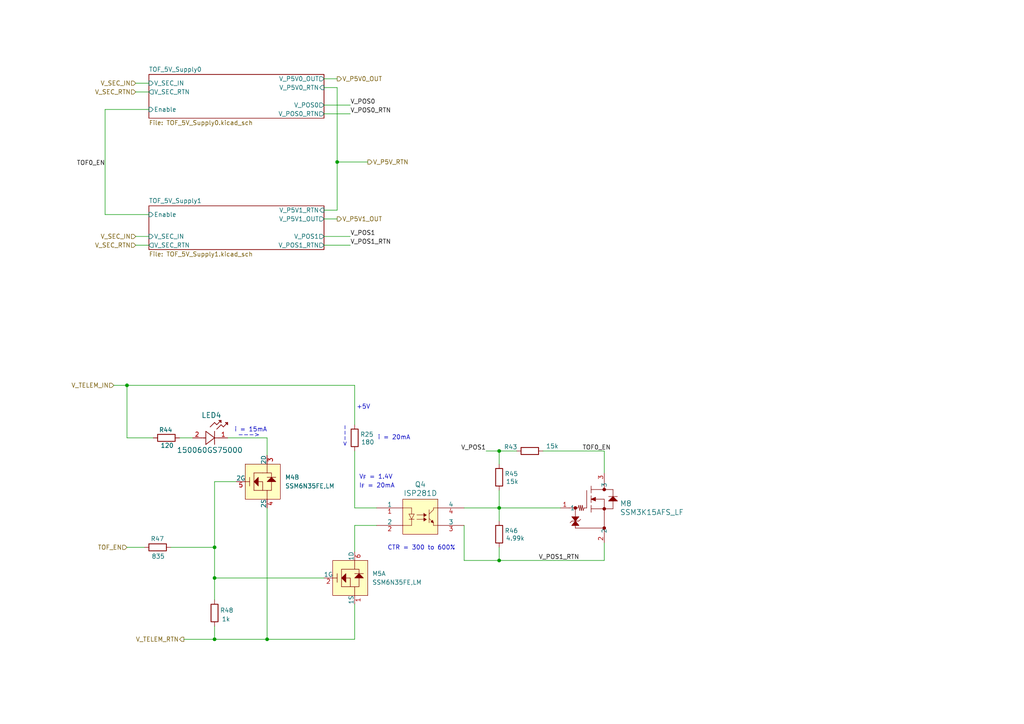
<source format=kicad_sch>
(kicad_sch
	(version 20250114)
	(generator "eeschema")
	(generator_version "9.0")
	(uuid "50097488-e5f0-40f1-9b9f-73342c4590ef")
	(paper "A4")
	(lib_symbols
		(symbol "ISOCOM:ISP281D"
			(pin_names
				(offset 0)
			)
			(exclude_from_sim no)
			(in_bom yes)
			(on_board yes)
			(property "Reference" "Q"
				(at 8.89 7.366 0)
				(effects
					(font
						(size 1.524 1.524)
					)
				)
			)
			(property "Value" "ISP281D"
				(at 12.446 4.572 0)
				(effects
					(font
						(size 1.524 1.524)
					)
				)
			)
			(property "Footprint" "ISOCOM:ISP281D_ISO"
				(at 0 0 0)
				(effects
					(font
						(size 1.27 1.27)
						(italic yes)
					)
					(hide yes)
				)
			)
			(property "Datasheet" "http://isocom.com/wp-content/uploads/2020/06/dd93256-030620.pdf"
				(at 0 0 0)
				(effects
					(font
						(size 1.27 1.27)
						(italic yes)
					)
					(hide yes)
				)
			)
			(property "Description" "Optoisolator Transistor Output 3750Vrms 1 Channel 4-SOP"
				(at 0 0 0)
				(effects
					(font
						(size 1.27 1.27)
					)
					(hide yes)
				)
			)
			(property "Manufacturer" "Isocom Components 2004 LTD"
				(at 0 0 0)
				(effects
					(font
						(size 1.27 1.27)
					)
					(hide yes)
				)
			)
			(property "Man. Part Num" "ISP281D"
				(at 0 0 0)
				(effects
					(font
						(size 1.27 1.27)
					)
					(hide yes)
				)
			)
			(property "Distributor" "Digi-Key"
				(at 0 0 0)
				(effects
					(font
						(size 1.27 1.27)
					)
					(hide yes)
				)
			)
			(property "Dist. Part Num" "58-ISP281DCT-ND"
				(at 0 0 0)
				(effects
					(font
						(size 1.27 1.27)
					)
					(hide yes)
				)
			)
			(property "Part Type" "SMD"
				(at 0 0 0)
				(effects
					(font
						(size 1.27 1.27)
					)
					(hide yes)
				)
			)
			(property "Package" "4-SOP"
				(at 0 0 0)
				(effects
					(font
						(size 1.27 1.27)
					)
					(hide yes)
				)
			)
			(property "Notes" ""
				(at 0 0 0)
				(effects
					(font
						(size 1.27 1.27)
					)
					(hide yes)
				)
			)
			(property "ki_keywords" "ISP281D"
				(at 0 0 0)
				(effects
					(font
						(size 1.27 1.27)
					)
					(hide yes)
				)
			)
			(property "ki_fp_filters" "ISP281D_ISO ISP281D_ISO-M ISP281D_ISO-L"
				(at 0 0 0)
				(effects
					(font
						(size 1.27 1.27)
					)
					(hide yes)
				)
			)
			(symbol "ISP281D_0_1"
				(polyline
					(pts
						(xy 9.398 -1.778) (xy 10.16 -3.302)
					)
					(stroke
						(width 0.127)
						(type default)
					)
					(fill
						(type none)
					)
				)
				(polyline
					(pts
						(xy 9.398 -3.302) (xy 10.922 -3.302)
					)
					(stroke
						(width 0.127)
						(type default)
					)
					(fill
						(type none)
					)
				)
				(polyline
					(pts
						(xy 10.16 0) (xy 7.62 0)
					)
					(stroke
						(width 0.127)
						(type default)
					)
					(fill
						(type none)
					)
				)
				(polyline
					(pts
						(xy 10.16 0) (xy 10.16 -1.778)
					)
					(stroke
						(width 0.127)
						(type default)
					)
					(fill
						(type none)
					)
				)
				(polyline
					(pts
						(xy 10.16 -3.302) (xy 10.16 -5.08)
					)
					(stroke
						(width 0.127)
						(type default)
					)
					(fill
						(type none)
					)
				)
				(polyline
					(pts
						(xy 10.16 -3.302) (xy 10.922 -1.778)
					)
					(stroke
						(width 0.127)
						(type default)
					)
					(fill
						(type none)
					)
				)
				(polyline
					(pts
						(xy 10.16 -5.08) (xy 7.62 -5.08)
					)
					(stroke
						(width 0.127)
						(type default)
					)
					(fill
						(type none)
					)
				)
				(polyline
					(pts
						(xy 10.922 -1.778) (xy 9.398 -1.778)
					)
					(stroke
						(width 0.127)
						(type default)
					)
					(fill
						(type none)
					)
				)
				(polyline
					(pts
						(xy 11.684 -2.032) (xy 13.716 -2.032)
					)
					(stroke
						(width 0.127)
						(type default)
					)
					(fill
						(type none)
					)
				)
				(polyline
					(pts
						(xy 11.684 -3.302) (xy 13.716 -3.302)
					)
					(stroke
						(width 0.127)
						(type default)
					)
					(fill
						(type none)
					)
				)
				(polyline
					(pts
						(xy 13.716 -1.524) (xy 13.716 -2.54) (xy 14.478 -2.032)
					)
					(stroke
						(width 0)
						(type default)
					)
					(fill
						(type outline)
					)
				)
				(polyline
					(pts
						(xy 13.716 -2.794) (xy 13.716 -3.81) (xy 14.478 -3.302)
					)
					(stroke
						(width 0)
						(type default)
					)
					(fill
						(type outline)
					)
				)
				(polyline
					(pts
						(xy 15.24 -1.778) (xy 16.51 -0.508)
					)
					(stroke
						(width 0.127)
						(type default)
					)
					(fill
						(type none)
					)
				)
				(polyline
					(pts
						(xy 15.24 -3.048) (xy 16.002 -3.81)
					)
					(stroke
						(width 0.127)
						(type default)
					)
					(fill
						(type none)
					)
				)
				(polyline
					(pts
						(xy 15.24 -4.318) (xy 15.24 -0.508)
					)
					(stroke
						(width 0.127)
						(type default)
					)
					(fill
						(type none)
					)
				)
				(polyline
					(pts
						(xy 16.4717 -4.3107) (xy 15.748 -4.064) (xy 16.256 -3.556) (xy 16.51 -4.318)
					)
					(stroke
						(width 0)
						(type default)
					)
					(fill
						(type outline)
					)
				)
				(polyline
					(pts
						(xy 16.51 0) (xy 17.78 0)
					)
					(stroke
						(width 0.127)
						(type default)
					)
					(fill
						(type none)
					)
				)
				(polyline
					(pts
						(xy 16.51 -0.508) (xy 16.51 0)
					)
					(stroke
						(width 0.127)
						(type default)
					)
					(fill
						(type none)
					)
				)
				(polyline
					(pts
						(xy 16.51 -4.318) (xy 16.51 -5.08)
					)
					(stroke
						(width 0.127)
						(type default)
					)
					(fill
						(type none)
					)
				)
				(polyline
					(pts
						(xy 17.78 -5.08) (xy 16.51 -5.08)
					)
					(stroke
						(width 0.127)
						(type default)
					)
					(fill
						(type none)
					)
				)
				(pin unspecified line
					(at 0 0 0)
					(length 7.62)
					(name "1"
						(effects
							(font
								(size 1.27 1.27)
							)
						)
					)
					(number "1"
						(effects
							(font
								(size 1.27 1.27)
							)
						)
					)
				)
				(pin unspecified line
					(at 0 -5.08 0)
					(length 7.62)
					(name "2"
						(effects
							(font
								(size 1.27 1.27)
							)
						)
					)
					(number "2"
						(effects
							(font
								(size 1.27 1.27)
							)
						)
					)
				)
				(pin unspecified line
					(at 25.4 0 180)
					(length 7.62)
					(name "4"
						(effects
							(font
								(size 1.27 1.27)
							)
						)
					)
					(number "4"
						(effects
							(font
								(size 1.27 1.27)
							)
						)
					)
				)
				(pin unspecified line
					(at 25.4 -5.08 180)
					(length 7.62)
					(name "3"
						(effects
							(font
								(size 1.27 1.27)
							)
						)
					)
					(number "3"
						(effects
							(font
								(size 1.27 1.27)
							)
						)
					)
				)
			)
			(symbol "ISP281D_1_1"
				(rectangle
					(start 7.62 2.54)
					(end 17.78 -7.62)
					(stroke
						(width 0)
						(type default)
					)
					(fill
						(type background)
					)
				)
			)
			(embedded_fonts no)
		)
		(symbol "Passive_Parts:R"
			(pin_numbers
				(hide yes)
			)
			(pin_names
				(offset 0)
				(hide yes)
			)
			(exclude_from_sim no)
			(in_bom yes)
			(on_board yes)
			(property "Reference" "R"
				(at 2.54 5.08 0)
				(effects
					(font
						(size 1.27 1.27)
					)
				)
			)
			(property "Value" ""
				(at 0 0 0)
				(effects
					(font
						(size 1.27 1.27)
					)
				)
			)
			(property "Footprint" ""
				(at 0 0 0)
				(effects
					(font
						(size 1.27 1.27)
					)
					(hide yes)
				)
			)
			(property "Datasheet" ""
				(at 0 0 0)
				(effects
					(font
						(size 1.27 1.27)
					)
					(hide yes)
				)
			)
			(property "Description" ""
				(at 0 0 0)
				(effects
					(font
						(size 1.27 1.27)
					)
					(hide yes)
				)
			)
			(property "Manufacturer" ""
				(at 0 0 0)
				(effects
					(font
						(size 1.27 1.27)
					)
					(hide yes)
				)
			)
			(property "Man. Part Num" ""
				(at 0 0 0)
				(effects
					(font
						(size 1.27 1.27)
					)
					(hide yes)
				)
			)
			(property "Distributor" "Digi-Key"
				(at 0 0 0)
				(effects
					(font
						(size 1.27 1.27)
					)
					(hide yes)
				)
			)
			(property "Dist. Part Num" ""
				(at 0 0 0)
				(effects
					(font
						(size 1.27 1.27)
					)
					(hide yes)
				)
			)
			(property "Part Type" "SMD"
				(at 0 0 0)
				(effects
					(font
						(size 1.27 1.27)
					)
					(hide yes)
				)
			)
			(property "Notes" ""
				(at 0 0 0)
				(effects
					(font
						(size 1.27 1.27)
					)
					(hide yes)
				)
			)
			(property "Package" ""
				(at 0 0 0)
				(effects
					(font
						(size 1.27 1.27)
					)
					(hide yes)
				)
			)
			(symbol "R_0_1"
				(rectangle
					(start 5.08 1.524)
					(end 0 3.556)
					(stroke
						(width 0.254)
						(type default)
					)
					(fill
						(type none)
					)
				)
			)
			(symbol "R_1_1"
				(pin passive line
					(at -1.27 2.54 0)
					(length 1.27)
					(name "~"
						(effects
							(font
								(size 1.27 1.27)
							)
						)
					)
					(number "1"
						(effects
							(font
								(size 1.27 1.27)
							)
						)
					)
				)
				(pin passive line
					(at 6.35 2.54 180)
					(length 1.27)
					(name "~"
						(effects
							(font
								(size 1.27 1.27)
							)
						)
					)
					(number "2"
						(effects
							(font
								(size 1.27 1.27)
							)
						)
					)
				)
			)
			(embedded_fonts no)
		)
		(symbol "Toshiba_Semi:SSM3K15AFS_LF"
			(pin_names
				(offset 0.254)
			)
			(exclude_from_sim no)
			(in_bom yes)
			(on_board yes)
			(property "Reference" "MOSFET"
				(at 0 0 0)
				(effects
					(font
						(size 1.524 1.524)
					)
				)
			)
			(property "Value" "SSM3K15AFS_LF"
				(at 0 0 0)
				(effects
					(font
						(size 1.524 1.524)
					)
				)
			)
			(property "Footprint" "SSM_TOS"
				(at 0 0 0)
				(effects
					(font
						(size 1.27 1.27)
						(italic yes)
					)
					(hide yes)
				)
			)
			(property "Datasheet" "https://toshiba.semicon-storage.com/info/SSM3K15AFS_datasheet_en_20140301.pdf?did=5914&prodName=SSM3K15AFS"
				(at 0 0 0)
				(effects
					(font
						(size 1.27 1.27)
						(italic yes)
					)
					(hide yes)
				)
			)
			(property "Description" "MOSFET N-CH 30V 100MA SSM"
				(at 0 0 0)
				(effects
					(font
						(size 1.27 1.27)
					)
					(hide yes)
				)
			)
			(property "Manufacturer" "Toshiba Semiconductor and Storage"
				(at 0 0 0)
				(effects
					(font
						(size 1.27 1.27)
					)
					(hide yes)
				)
			)
			(property "Man. Part Num" "SSM3K15AFS,LF"
				(at 0 0 0)
				(effects
					(font
						(size 1.27 1.27)
					)
					(hide yes)
				)
			)
			(property "Distributor" "Digi-Key"
				(at 0 0 0)
				(effects
					(font
						(size 1.27 1.27)
					)
					(hide yes)
				)
			)
			(property "Dist. Part Num" "SSM3K15AFSLFCT-ND"
				(at 0 0 0)
				(effects
					(font
						(size 1.27 1.27)
					)
					(hide yes)
				)
			)
			(property "Part Type" "SMD"
				(at 0 0 0)
				(effects
					(font
						(size 1.27 1.27)
					)
					(hide yes)
				)
			)
			(property "Package" "SSM_TOS"
				(at 0 0 0)
				(effects
					(font
						(size 1.27 1.27)
					)
					(hide yes)
				)
			)
			(property "Notes" ""
				(at 0 0 0)
				(effects
					(font
						(size 1.27 1.27)
					)
					(hide yes)
				)
			)
			(property "ki_keywords" "SSM3K15AFS,LF"
				(at 0 0 0)
				(effects
					(font
						(size 1.27 1.27)
					)
					(hide yes)
				)
			)
			(property "ki_fp_filters" "SSM_TOS SSM_TOS-M SSM_TOS-L"
				(at 0 0 0)
				(effects
					(font
						(size 1.27 1.27)
					)
					(hide yes)
				)
			)
			(symbol "SSM3K15AFS_LF_0_1"
				(polyline
					(pts
						(xy 0 -7.62) (xy 2.54 -7.62)
					)
					(stroke
						(width 0.1524)
						(type default)
					)
					(fill
						(type none)
					)
				)
				(polyline
					(pts
						(xy 0.762 -10.16) (xy 1.778 -11.43)
					)
					(stroke
						(width 0.1524)
						(type default)
					)
					(fill
						(type none)
					)
				)
				(polyline
					(pts
						(xy 0.762 -10.16) (xy 1.778 -11.43) (xy 0.762 -12.7) (xy 2.794 -12.7) (xy 1.778 -11.43) (xy 2.794 -10.16)
					)
					(stroke
						(width 0)
						(type default)
					)
					(fill
						(type outline)
					)
				)
				(polyline
					(pts
						(xy 0.762 -11.43) (xy 0.254 -11.938)
					)
					(stroke
						(width 0.1524)
						(type default)
					)
					(fill
						(type none)
					)
				)
				(polyline
					(pts
						(xy 0.762 -11.43) (xy 2.794 -11.43)
					)
					(stroke
						(width 0.1524)
						(type default)
					)
					(fill
						(type none)
					)
				)
				(polyline
					(pts
						(xy 0.762 -12.7) (xy 2.794 -12.7)
					)
					(stroke
						(width 0.1524)
						(type default)
					)
					(fill
						(type none)
					)
				)
				(polyline
					(pts
						(xy 1.778 -7.62) (xy 1.778 -10.16)
					)
					(stroke
						(width 0.1524)
						(type default)
					)
					(fill
						(type none)
					)
				)
				(circle
					(center 1.778 -7.62)
					(radius 0.254)
					(stroke
						(width 0.508)
						(type default)
					)
					(fill
						(type none)
					)
				)
				(polyline
					(pts
						(xy 1.778 -11.43) (xy 0.762 -12.7)
					)
					(stroke
						(width 0.1524)
						(type default)
					)
					(fill
						(type none)
					)
				)
				(polyline
					(pts
						(xy 1.778 -11.43) (xy 2.794 -10.16)
					)
					(stroke
						(width 0.1524)
						(type default)
					)
					(fill
						(type none)
					)
				)
				(polyline
					(pts
						(xy 1.778 -12.7) (xy 1.778 -13.462)
					)
					(stroke
						(width 0.1524)
						(type default)
					)
					(fill
						(type none)
					)
				)
				(polyline
					(pts
						(xy 1.778 -13.462) (xy 10.16 -13.462)
					)
					(stroke
						(width 0.1524)
						(type default)
					)
					(fill
						(type none)
					)
				)
				(polyline
					(pts
						(xy 2.794 -6.858) (xy 2.54 -7.62)
					)
					(stroke
						(width 0.1524)
						(type default)
					)
					(fill
						(type none)
					)
				)
				(polyline
					(pts
						(xy 2.794 -10.16) (xy 0.762 -10.16)
					)
					(stroke
						(width 0.1524)
						(type default)
					)
					(fill
						(type none)
					)
				)
				(polyline
					(pts
						(xy 2.794 -11.43) (xy 3.302 -10.922)
					)
					(stroke
						(width 0.1524)
						(type default)
					)
					(fill
						(type none)
					)
				)
				(polyline
					(pts
						(xy 2.794 -12.7) (xy 1.778 -11.43)
					)
					(stroke
						(width 0.1524)
						(type default)
					)
					(fill
						(type none)
					)
				)
				(polyline
					(pts
						(xy 3.048 -8.382) (xy 2.794 -6.858)
					)
					(stroke
						(width 0.1524)
						(type default)
					)
					(fill
						(type none)
					)
				)
				(polyline
					(pts
						(xy 3.302 -6.858) (xy 3.048 -8.382)
					)
					(stroke
						(width 0.1524)
						(type default)
					)
					(fill
						(type none)
					)
				)
				(polyline
					(pts
						(xy 3.556 -8.382) (xy 3.302 -6.858)
					)
					(stroke
						(width 0.1524)
						(type default)
					)
					(fill
						(type none)
					)
				)
				(polyline
					(pts
						(xy 3.81 -6.858) (xy 3.556 -8.382)
					)
					(stroke
						(width 0.1524)
						(type default)
					)
					(fill
						(type none)
					)
				)
				(polyline
					(pts
						(xy 4.064 -8.382) (xy 3.81 -6.858)
					)
					(stroke
						(width 0.1524)
						(type default)
					)
					(fill
						(type none)
					)
				)
				(polyline
					(pts
						(xy 4.318 -7.62) (xy 4.064 -8.382)
					)
					(stroke
						(width 0.1524)
						(type default)
					)
					(fill
						(type none)
					)
				)
				(polyline
					(pts
						(xy 5.08 -7.62) (xy 4.318 -7.62)
					)
					(stroke
						(width 0.1524)
						(type default)
					)
					(fill
						(type none)
					)
				)
				(polyline
					(pts
						(xy 5.08 -7.62) (xy 5.08 -2.54)
					)
					(stroke
						(width 0.1524)
						(type default)
					)
					(fill
						(type none)
					)
				)
				(polyline
					(pts
						(xy 6.35 -3.302) (xy 6.35 -1.27)
					)
					(stroke
						(width 0.1524)
						(type default)
					)
					(fill
						(type none)
					)
				)
				(polyline
					(pts
						(xy 6.35 -5.08) (xy 7.62 -4.572)
					)
					(stroke
						(width 0.1524)
						(type default)
					)
					(fill
						(type none)
					)
				)
				(polyline
					(pts
						(xy 6.35 -6.096) (xy 6.35 -4.064)
					)
					(stroke
						(width 0.1524)
						(type default)
					)
					(fill
						(type none)
					)
				)
				(polyline
					(pts
						(xy 6.35 -7.874) (xy 12.7 -7.874)
					)
					(stroke
						(width 0.1524)
						(type default)
					)
					(fill
						(type none)
					)
				)
				(polyline
					(pts
						(xy 6.35 -8.89) (xy 6.35 -6.858)
					)
					(stroke
						(width 0.1524)
						(type default)
					)
					(fill
						(type none)
					)
				)
				(polyline
					(pts
						(xy 7.62 -4.572) (xy 7.62 -5.588)
					)
					(stroke
						(width 0.1524)
						(type default)
					)
					(fill
						(type none)
					)
				)
				(polyline
					(pts
						(xy 7.62 -4.572) (xy 6.35 -5.08) (xy 7.62 -5.588)
					)
					(stroke
						(width 0)
						(type default)
					)
					(fill
						(type outline)
					)
				)
				(polyline
					(pts
						(xy 7.62 -5.08) (xy 10.16 -5.08)
					)
					(stroke
						(width 0.1524)
						(type default)
					)
					(fill
						(type none)
					)
				)
				(polyline
					(pts
						(xy 7.62 -5.588) (xy 6.35 -5.08)
					)
					(stroke
						(width 0.1524)
						(type default)
					)
					(fill
						(type none)
					)
				)
				(polyline
					(pts
						(xy 10.16 0) (xy 10.16 -2.286)
					)
					(stroke
						(width 0.1524)
						(type default)
					)
					(fill
						(type none)
					)
				)
				(circle
					(center 10.16 -2.286)
					(radius 0.254)
					(stroke
						(width 0.508)
						(type default)
					)
					(fill
						(type none)
					)
				)
				(polyline
					(pts
						(xy 10.16 -5.08) (xy 10.16 -15.24)
					)
					(stroke
						(width 0.1524)
						(type default)
					)
					(fill
						(type none)
					)
				)
				(circle
					(center 10.16 -7.874)
					(radius 0.254)
					(stroke
						(width 0.508)
						(type default)
					)
					(fill
						(type none)
					)
				)
				(circle
					(center 10.16 -13.462)
					(radius 0.254)
					(stroke
						(width 0.508)
						(type default)
					)
					(fill
						(type none)
					)
				)
				(polyline
					(pts
						(xy 11.43 -4.318) (xy 13.97 -4.318)
					)
					(stroke
						(width 0.1524)
						(type default)
					)
					(fill
						(type none)
					)
				)
				(polyline
					(pts
						(xy 11.43 -5.588) (xy 13.97 -5.588)
					)
					(stroke
						(width 0.1524)
						(type default)
					)
					(fill
						(type none)
					)
				)
				(polyline
					(pts
						(xy 12.7 -2.286) (xy 6.35 -2.286)
					)
					(stroke
						(width 0.1524)
						(type default)
					)
					(fill
						(type none)
					)
				)
				(polyline
					(pts
						(xy 12.7 -4.318) (xy 11.43 -5.588)
					)
					(stroke
						(width 0.1524)
						(type default)
					)
					(fill
						(type none)
					)
				)
				(polyline
					(pts
						(xy 12.7 -4.318) (xy 12.7 -2.286)
					)
					(stroke
						(width 0.1524)
						(type default)
					)
					(fill
						(type none)
					)
				)
				(polyline
					(pts
						(xy 12.7 -4.318) (xy 11.43 -5.588) (xy 13.97 -5.588)
					)
					(stroke
						(width 0)
						(type default)
					)
					(fill
						(type outline)
					)
				)
				(polyline
					(pts
						(xy 12.7 -7.874) (xy 12.7 -5.588)
					)
					(stroke
						(width 0.1524)
						(type default)
					)
					(fill
						(type none)
					)
				)
				(polyline
					(pts
						(xy 13.97 -5.588) (xy 12.7 -4.318)
					)
					(stroke
						(width 0.1524)
						(type default)
					)
					(fill
						(type none)
					)
				)
				(pin unspecified line
					(at -2.54 -7.62 0)
					(length 2.54)
					(name "1"
						(effects
							(font
								(size 1.27 1.27)
							)
						)
					)
					(number "1"
						(effects
							(font
								(size 1.27 1.27)
							)
						)
					)
				)
				(pin unspecified line
					(at 10.16 2.54 270)
					(length 2.54)
					(name "3"
						(effects
							(font
								(size 1.27 1.27)
							)
						)
					)
					(number "3"
						(effects
							(font
								(size 1.27 1.27)
							)
						)
					)
				)
				(pin unspecified line
					(at 10.16 -17.78 90)
					(length 2.54)
					(name "2"
						(effects
							(font
								(size 1.27 1.27)
							)
						)
					)
					(number "2"
						(effects
							(font
								(size 1.27 1.27)
							)
						)
					)
				)
			)
			(embedded_fonts no)
		)
		(symbol "Toshiba_Semi:SSM6N35FE_LM_"
			(pin_names
				(offset 0)
			)
			(exclude_from_sim no)
			(in_bom yes)
			(on_board yes)
			(property "Reference" "M"
				(at 1.27 11.938 0)
				(effects
					(font
						(size 1.27 1.27)
					)
				)
			)
			(property "Value" "SSM6N35FE,LM"
				(at 0 0 0)
				(effects
					(font
						(size 1.27 1.27)
					)
				)
			)
			(property "Footprint" "Toshiba_Semiconductor:ES6_TOS"
				(at 0 0 0)
				(effects
					(font
						(size 1.27 1.27)
					)
					(hide yes)
				)
			)
			(property "Datasheet" "https://mm.digikey.com/Volume0/opasdata/d220001/medias/docus/379/Mosfets_Prod_Guide.pdf"
				(at 0 0 0)
				(effects
					(font
						(size 1.27 1.27)
					)
					(hide yes)
				)
			)
			(property "Description" "Mosfet Array 20V 180mA 150mW Surface Mount ES6"
				(at 0 0 0)
				(effects
					(font
						(size 1.27 1.27)
					)
					(hide yes)
				)
			)
			(property "Manufacturer" "Toshiba Semiconductor and Storage"
				(at 0 0 0)
				(effects
					(font
						(size 1.27 1.27)
					)
					(hide yes)
				)
			)
			(property "Man. Part Num" "SSM6N35FE,LM"
				(at 0 0 0)
				(effects
					(font
						(size 1.27 1.27)
					)
					(hide yes)
				)
			)
			(property "Distributor" "Mouser"
				(at 0 0 0)
				(effects
					(font
						(size 1.27 1.27)
					)
					(hide yes)
				)
			)
			(property "Dist. Part Num" "757-SSM6N35FELM"
				(at 0 0 0)
				(effects
					(font
						(size 1.27 1.27)
					)
					(hide yes)
				)
			)
			(property "Part Type" "SMD"
				(at 0 0 0)
				(effects
					(font
						(size 1.27 1.27)
					)
					(hide yes)
				)
			)
			(property "Package" "SOT-563"
				(at 0 0 0)
				(effects
					(font
						(size 1.27 1.27)
					)
					(hide yes)
				)
			)
			(property "Notes" ""
				(at 0 0 0)
				(effects
					(font
						(size 1.27 1.27)
					)
					(hide yes)
				)
			)
			(property "ki_locked" ""
				(at 0 0 0)
				(effects
					(font
						(size 1.27 1.27)
					)
				)
			)
			(symbol "SSM6N35FE_LM__1_1"
				(rectangle
					(start 0 10.16)
					(end 10.16 0)
					(stroke
						(width 0)
						(type default)
					)
					(fill
						(type background)
					)
				)
				(polyline
					(pts
						(xy 1.27 6.35) (xy 1.27 3.81)
					)
					(stroke
						(width 0)
						(type default)
					)
					(fill
						(type none)
					)
				)
				(polyline
					(pts
						(xy 1.27 5.08) (xy 0 5.08)
					)
					(stroke
						(width 0)
						(type default)
					)
					(fill
						(type none)
					)
				)
				(polyline
					(pts
						(xy 2.54 7.62) (xy 2.54 2.54)
					)
					(stroke
						(width 0)
						(type default)
					)
					(fill
						(type none)
					)
				)
				(polyline
					(pts
						(xy 2.54 7.62) (xy 5.08 7.62)
					)
					(stroke
						(width 0)
						(type default)
					)
					(fill
						(type none)
					)
				)
				(polyline
					(pts
						(xy 2.54 5.08) (xy 3.81 6.35) (xy 3.81 3.81) (xy 2.54 5.08)
					)
					(stroke
						(width 0)
						(type default)
					)
					(fill
						(type outline)
					)
				)
				(polyline
					(pts
						(xy 2.54 2.54) (xy 5.08 2.54) (xy 5.08 5.08) (xy 3.81 5.08)
					)
					(stroke
						(width 0)
						(type default)
					)
					(fill
						(type none)
					)
				)
				(polyline
					(pts
						(xy 5.08 7.62) (xy 6.35 7.62)
					)
					(stroke
						(width 0)
						(type default)
					)
					(fill
						(type none)
					)
				)
				(polyline
					(pts
						(xy 5.08 2.54) (xy 6.35 2.54)
					)
					(stroke
						(width 0)
						(type default)
					)
					(fill
						(type none)
					)
				)
				(polyline
					(pts
						(xy 6.35 7.62) (xy 6.35 10.16)
					)
					(stroke
						(width 0)
						(type default)
					)
					(fill
						(type none)
					)
				)
				(polyline
					(pts
						(xy 6.35 7.62) (xy 7.62 7.62) (xy 7.62 6.35)
					)
					(stroke
						(width 0)
						(type default)
					)
					(fill
						(type none)
					)
				)
				(polyline
					(pts
						(xy 6.35 6.35) (xy 8.89 6.35)
					)
					(stroke
						(width 0)
						(type default)
					)
					(fill
						(type none)
					)
				)
				(polyline
					(pts
						(xy 6.35 2.54) (xy 6.35 0)
					)
					(stroke
						(width 0)
						(type default)
					)
					(fill
						(type none)
					)
				)
				(polyline
					(pts
						(xy 6.35 2.54) (xy 7.62 2.54) (xy 7.62 5.08)
					)
					(stroke
						(width 0)
						(type default)
					)
					(fill
						(type none)
					)
				)
				(polyline
					(pts
						(xy 7.62 6.35) (xy 8.89 5.08) (xy 6.35 5.08) (xy 7.62 6.35)
					)
					(stroke
						(width 0)
						(type default)
					)
					(fill
						(type outline)
					)
				)
				(pin input line
					(at -2.54 5.08 0)
					(length 2.54)
					(name "1G"
						(effects
							(font
								(size 1.27 1.27)
							)
						)
					)
					(number "2"
						(effects
							(font
								(size 1.27 1.27)
							)
						)
					)
				)
				(pin bidirectional line
					(at 6.35 12.7 270)
					(length 2.54)
					(name "1D"
						(effects
							(font
								(size 1.27 1.27)
							)
						)
					)
					(number "6"
						(effects
							(font
								(size 1.27 1.27)
							)
						)
					)
				)
				(pin bidirectional line
					(at 6.35 -2.54 90)
					(length 2.54)
					(name "1S"
						(effects
							(font
								(size 1.27 1.27)
							)
						)
					)
					(number "1"
						(effects
							(font
								(size 1.27 1.27)
							)
						)
					)
				)
			)
			(symbol "SSM6N35FE_LM__2_1"
				(rectangle
					(start 0 10.16)
					(end 10.16 0)
					(stroke
						(width 0)
						(type default)
					)
					(fill
						(type background)
					)
				)
				(polyline
					(pts
						(xy 1.27 6.35) (xy 1.27 3.81)
					)
					(stroke
						(width 0)
						(type default)
					)
					(fill
						(type none)
					)
				)
				(polyline
					(pts
						(xy 1.27 5.08) (xy 0 5.08)
					)
					(stroke
						(width 0)
						(type default)
					)
					(fill
						(type none)
					)
				)
				(polyline
					(pts
						(xy 2.54 7.62) (xy 2.54 2.54)
					)
					(stroke
						(width 0)
						(type default)
					)
					(fill
						(type none)
					)
				)
				(polyline
					(pts
						(xy 2.54 7.62) (xy 5.08 7.62)
					)
					(stroke
						(width 0)
						(type default)
					)
					(fill
						(type none)
					)
				)
				(polyline
					(pts
						(xy 2.54 5.08) (xy 3.81 6.35) (xy 3.81 3.81) (xy 2.54 5.08)
					)
					(stroke
						(width 0)
						(type default)
					)
					(fill
						(type outline)
					)
				)
				(polyline
					(pts
						(xy 2.54 2.54) (xy 5.08 2.54) (xy 5.08 5.08) (xy 3.81 5.08)
					)
					(stroke
						(width 0)
						(type default)
					)
					(fill
						(type none)
					)
				)
				(polyline
					(pts
						(xy 5.08 7.62) (xy 6.35 7.62)
					)
					(stroke
						(width 0)
						(type default)
					)
					(fill
						(type none)
					)
				)
				(polyline
					(pts
						(xy 5.08 2.54) (xy 6.35 2.54)
					)
					(stroke
						(width 0)
						(type default)
					)
					(fill
						(type none)
					)
				)
				(polyline
					(pts
						(xy 6.35 7.62) (xy 6.35 10.16)
					)
					(stroke
						(width 0)
						(type default)
					)
					(fill
						(type none)
					)
				)
				(polyline
					(pts
						(xy 6.35 7.62) (xy 7.62 7.62) (xy 7.62 6.35)
					)
					(stroke
						(width 0)
						(type default)
					)
					(fill
						(type none)
					)
				)
				(polyline
					(pts
						(xy 6.35 6.35) (xy 8.89 6.35)
					)
					(stroke
						(width 0)
						(type default)
					)
					(fill
						(type none)
					)
				)
				(polyline
					(pts
						(xy 6.35 2.54) (xy 6.35 0)
					)
					(stroke
						(width 0)
						(type default)
					)
					(fill
						(type none)
					)
				)
				(polyline
					(pts
						(xy 6.35 2.54) (xy 7.62 2.54) (xy 7.62 5.08)
					)
					(stroke
						(width 0)
						(type default)
					)
					(fill
						(type none)
					)
				)
				(polyline
					(pts
						(xy 7.62 6.35) (xy 8.89 5.08) (xy 6.35 5.08) (xy 7.62 6.35)
					)
					(stroke
						(width 0)
						(type default)
					)
					(fill
						(type outline)
					)
				)
				(pin bidirectional line
					(at -2.54 5.08 0)
					(length 2.54)
					(name "2G"
						(effects
							(font
								(size 1.27 1.27)
							)
						)
					)
					(number "5"
						(effects
							(font
								(size 1.27 1.27)
							)
						)
					)
				)
				(pin bidirectional line
					(at 6.35 12.7 270)
					(length 2.54)
					(name "2D"
						(effects
							(font
								(size 1.27 1.27)
							)
						)
					)
					(number "3"
						(effects
							(font
								(size 1.27 1.27)
							)
						)
					)
				)
				(pin bidirectional line
					(at 6.35 -2.54 90)
					(length 2.54)
					(name "2S"
						(effects
							(font
								(size 1.27 1.27)
							)
						)
					)
					(number "4"
						(effects
							(font
								(size 1.27 1.27)
							)
						)
					)
				)
			)
			(embedded_fonts no)
		)
		(symbol "Wurth_Elektronik:150060AS75000"
			(pin_names
				(offset 0.254)
			)
			(exclude_from_sim no)
			(in_bom yes)
			(on_board yes)
			(property "Reference" "LED"
				(at 5.08 -4.445 0)
				(effects
					(font
						(size 1.524 1.524)
					)
				)
			)
			(property "Value" "150060AS75000"
				(at 5.08 -7.62 0)
				(effects
					(font
						(size 1.524 1.524)
					)
				)
			)
			(property "Footprint" "LED_0AS75000_WRE"
				(at 0 0 0)
				(effects
					(font
						(size 1.27 1.27)
						(italic yes)
					)
					(hide yes)
				)
			)
			(property "Datasheet" "https://www.we-online.com/components/products/datasheet/150060AS75000.pdf"
				(at 0 0 0)
				(effects
					(font
						(size 1.27 1.27)
						(italic yes)
					)
					(hide yes)
				)
			)
			(property "Description" "LED AMBER CLEAR 0603 SMD"
				(at 0 0 0)
				(effects
					(font
						(size 1.27 1.27)
					)
					(hide yes)
				)
			)
			(property "Package" "0603"
				(at 0 0 0)
				(effects
					(font
						(size 1.27 1.27)
					)
					(hide yes)
				)
			)
			(property "Manufacturer" "Würth Elektronik"
				(at 0 0 0)
				(effects
					(font
						(size 1.27 1.27)
					)
					(hide yes)
				)
			)
			(property "Man. Part Num" "150060AS75000"
				(at 0 0 0)
				(effects
					(font
						(size 1.27 1.27)
					)
					(hide yes)
				)
			)
			(property "Distributor" "Digi-Key"
				(at 0 0 0)
				(effects
					(font
						(size 1.27 1.27)
					)
					(hide yes)
				)
			)
			(property "Dist. Part Num" "732-150060AS75000CT-ND"
				(at 0 0 0)
				(effects
					(font
						(size 1.27 1.27)
					)
					(hide yes)
				)
			)
			(property "Part Type" "SMD"
				(at 0 0 0)
				(effects
					(font
						(size 1.27 1.27)
					)
					(hide yes)
				)
			)
			(property "Notes" ""
				(at 0 0 0)
				(effects
					(font
						(size 1.27 1.27)
					)
					(hide yes)
				)
			)
			(property "ki_keywords" "150060AS75000"
				(at 0 0 0)
				(effects
					(font
						(size 1.27 1.27)
					)
					(hide yes)
				)
			)
			(property "ki_fp_filters" "LED_0AS75000_WRE"
				(at 0 0 0)
				(effects
					(font
						(size 1.27 1.27)
					)
					(hide yes)
				)
			)
			(symbol "150060AS75000_0_1"
				(polyline
					(pts
						(xy 2.54 0) (xy 3.4798 0)
					)
					(stroke
						(width 0.2032)
						(type default)
					)
					(fill
						(type none)
					)
				)
				(polyline
					(pts
						(xy 3.175 0) (xy 3.81 0)
					)
					(stroke
						(width 0.2032)
						(type default)
					)
					(fill
						(type none)
					)
				)
				(polyline
					(pts
						(xy 3.81 1.905) (xy 3.81 -1.905)
					)
					(stroke
						(width 0.2032)
						(type default)
					)
					(fill
						(type none)
					)
				)
				(polyline
					(pts
						(xy 3.81 -1.905) (xy 6.35 0)
					)
					(stroke
						(width 0.2032)
						(type default)
					)
					(fill
						(type none)
					)
				)
				(polyline
					(pts
						(xy 5.08 3.175) (xy 6.35 4.445)
					)
					(stroke
						(width 0.2032)
						(type default)
					)
					(fill
						(type none)
					)
				)
				(polyline
					(pts
						(xy 6.35 4.445) (xy 6.985 3.81)
					)
					(stroke
						(width 0.2032)
						(type default)
					)
					(fill
						(type none)
					)
				)
				(polyline
					(pts
						(xy 6.35 0) (xy 3.81 1.905)
					)
					(stroke
						(width 0.2032)
						(type default)
					)
					(fill
						(type none)
					)
				)
				(polyline
					(pts
						(xy 6.35 0) (xy 7.62 0)
					)
					(stroke
						(width 0.2032)
						(type default)
					)
					(fill
						(type none)
					)
				)
				(polyline
					(pts
						(xy 6.35 -1.905) (xy 6.35 1.905)
					)
					(stroke
						(width 0.2032)
						(type default)
					)
					(fill
						(type none)
					)
				)
				(polyline
					(pts
						(xy 6.985 3.81) (xy 8.255 5.08)
					)
					(stroke
						(width 0.2032)
						(type default)
					)
					(fill
						(type none)
					)
				)
				(polyline
					(pts
						(xy 6.985 2.54) (xy 8.255 3.81)
					)
					(stroke
						(width 0.2032)
						(type default)
					)
					(fill
						(type none)
					)
				)
				(polyline
					(pts
						(xy 7.62 5.08) (xy 8.255 4.445)
					)
					(stroke
						(width 0.2032)
						(type default)
					)
					(fill
						(type none)
					)
				)
				(polyline
					(pts
						(xy 8.255 5.08) (xy 7.62 5.08)
					)
					(stroke
						(width 0.2032)
						(type default)
					)
					(fill
						(type none)
					)
				)
				(polyline
					(pts
						(xy 8.255 4.445) (xy 8.255 5.08)
					)
					(stroke
						(width 0.2032)
						(type default)
					)
					(fill
						(type none)
					)
				)
				(polyline
					(pts
						(xy 8.255 3.81) (xy 8.89 3.175)
					)
					(stroke
						(width 0.2032)
						(type default)
					)
					(fill
						(type none)
					)
				)
				(polyline
					(pts
						(xy 8.89 3.175) (xy 10.16 4.445)
					)
					(stroke
						(width 0.2032)
						(type default)
					)
					(fill
						(type none)
					)
				)
				(polyline
					(pts
						(xy 9.525 4.445) (xy 10.16 3.81)
					)
					(stroke
						(width 0.2032)
						(type default)
					)
					(fill
						(type none)
					)
				)
				(polyline
					(pts
						(xy 10.16 4.445) (xy 9.525 4.445)
					)
					(stroke
						(width 0.2032)
						(type default)
					)
					(fill
						(type none)
					)
				)
				(polyline
					(pts
						(xy 10.16 3.81) (xy 10.16 4.445)
					)
					(stroke
						(width 0.2032)
						(type default)
					)
					(fill
						(type none)
					)
				)
				(pin unspecified line
					(at 0 0 0)
					(length 2.54)
					(name ""
						(effects
							(font
								(size 1.27 1.27)
							)
						)
					)
					(number "2"
						(effects
							(font
								(size 1.27 1.27)
							)
						)
					)
				)
				(pin unspecified line
					(at 10.16 0 180)
					(length 2.54)
					(name ""
						(effects
							(font
								(size 1.27 1.27)
							)
						)
					)
					(number "1"
						(effects
							(font
								(size 1.27 1.27)
							)
						)
					)
				)
			)
			(embedded_fonts no)
		)
	)
	(text "i = 15mA"
		(exclude_from_sim no)
		(at 72.7263 124.7122 0)
		(effects
			(font
				(size 1.27 1.27)
			)
		)
		(uuid "1f16a363-55d0-4ab2-b55d-1d54bc8d43b2")
	)
	(text "CTR = 300 to 600%"
		(exclude_from_sim no)
		(at 122.2371 158.9692 0)
		(effects
			(font
				(size 1.27 1.27)
			)
		)
		(uuid "49df9ac0-ac3e-4ddc-9f7a-c1ea55f4a5c1")
	)
	(text "--->"
		(exclude_from_sim no)
		(at 72.1613 126.253 0)
		(effects
			(font
				(size 1.27 1.27)
			)
		)
		(uuid "4f832529-74d2-4d44-aa9d-a413249711cf")
	)
	(text "I_{F} = 20mA"
		(exclude_from_sim no)
		(at 104.14 140.97 0)
		(effects
			(font
				(size 1.27 1.27)
			)
			(justify left)
		)
		(uuid "58369855-65ce-4f5f-bf35-c7784d79dd58")
	)
	(text "V_{F} = 1.4V"
		(exclude_from_sim no)
		(at 104.14 138.43 0)
		(effects
			(font
				(size 1.27 1.27)
			)
			(justify left)
		)
		(uuid "70293cec-610a-4f9f-80cb-eb4a6b04c6ae")
	)
	(text "+5V"
		(exclude_from_sim no)
		(at 105.41 118.11 0)
		(effects
			(font
				(size 1.27 1.27)
			)
		)
		(uuid "8afbfd4f-19ca-4318-b53b-a29d20a39099")
	)
	(text "i = 20mA"
		(exclude_from_sim no)
		(at 114.3 127 0)
		(effects
			(font
				(size 1.27 1.27)
			)
		)
		(uuid "f9182dff-e6f9-48a7-bc05-15e8d553f0e9")
	)
	(text "<---"
		(exclude_from_sim no)
		(at 99.9727 126.5355 90)
		(effects
			(font
				(size 1.27 1.27)
			)
		)
		(uuid "fd068ac1-79ec-4e29-9463-65fa26c2fafb")
	)
	(junction
		(at 144.78 162.56)
		(diameter 0)
		(color 0 0 0 0)
		(uuid "04a8fef9-7c3f-4cac-b7bc-3a28dc059985")
	)
	(junction
		(at 144.78 147.32)
		(diameter 0)
		(color 0 0 0 0)
		(uuid "052511ec-5130-457d-9e84-b02a19b6c5fa")
	)
	(junction
		(at 62.23 185.42)
		(diameter 0)
		(color 0 0 0 0)
		(uuid "08c6d836-8313-4463-bc5f-27aaa9f01d5e")
	)
	(junction
		(at 62.23 158.75)
		(diameter 0)
		(color 0 0 0 0)
		(uuid "0f170590-fe4a-447c-bb61-7e34406c5392")
	)
	(junction
		(at 97.79 46.99)
		(diameter 0)
		(color 0 0 0 0)
		(uuid "43e29c3d-4a57-42f9-b30d-dd69a94c9f90")
	)
	(junction
		(at 77.47 185.42)
		(diameter 0)
		(color 0 0 0 0)
		(uuid "b3c8e98c-c2f5-4fb7-bc91-3530f8879e1c")
	)
	(junction
		(at 36.83 111.76)
		(diameter 0)
		(color 0 0 0 0)
		(uuid "bc58a421-9f74-45f9-a682-375aa5b28c74")
	)
	(junction
		(at 62.23 167.64)
		(diameter 0)
		(color 0 0 0 0)
		(uuid "ce588904-7113-4bbf-8904-72dac9a94bbd")
	)
	(junction
		(at 144.78 130.81)
		(diameter 0)
		(color 0 0 0 0)
		(uuid "fcedb7da-01f4-4ff7-b517-ac01e214530c")
	)
	(wire
		(pts
			(xy 62.23 167.64) (xy 62.23 158.75)
		)
		(stroke
			(width 0)
			(type default)
		)
		(uuid "045e01f8-25c8-4dcd-959e-ce3b156e9753")
	)
	(wire
		(pts
			(xy 102.87 152.4) (xy 102.87 160.02)
		)
		(stroke
			(width 0)
			(type default)
		)
		(uuid "057d3ba3-1ad6-48a4-9faf-4f8dd18cb8e4")
	)
	(wire
		(pts
			(xy 149.86 130.81) (xy 144.78 130.81)
		)
		(stroke
			(width 0)
			(type default)
		)
		(uuid "0748f22f-757e-4543-9646-f64a681a5fb5")
	)
	(wire
		(pts
			(xy 144.78 130.81) (xy 140.97 130.81)
		)
		(stroke
			(width 0)
			(type default)
		)
		(uuid "0ec8297e-8d57-49a9-9424-95f55a162ba2")
	)
	(wire
		(pts
			(xy 39.37 26.67) (xy 43.18 26.67)
		)
		(stroke
			(width 0)
			(type default)
		)
		(uuid "0ee7a119-3fc5-4ade-a28d-1562e07d5916")
	)
	(wire
		(pts
			(xy 30.48 31.75) (xy 30.48 62.23)
		)
		(stroke
			(width 0)
			(type default)
		)
		(uuid "17c5155c-d416-4af4-8b00-ec9cafe65e38")
	)
	(wire
		(pts
			(xy 93.98 71.12) (xy 101.6 71.12)
		)
		(stroke
			(width 0)
			(type default)
		)
		(uuid "188662a6-d964-4dbe-8876-88366f00002e")
	)
	(wire
		(pts
			(xy 33.02 111.76) (xy 36.83 111.76)
		)
		(stroke
			(width 0)
			(type default)
		)
		(uuid "190f7fb4-19fb-4d8a-a8bd-920b8484e5f2")
	)
	(wire
		(pts
			(xy 97.79 25.4) (xy 93.98 25.4)
		)
		(stroke
			(width 0)
			(type default)
		)
		(uuid "1ce9bdf3-3091-4deb-84ee-13d39783141d")
	)
	(wire
		(pts
			(xy 77.47 147.32) (xy 77.47 185.42)
		)
		(stroke
			(width 0)
			(type default)
		)
		(uuid "2640862e-bce9-43d8-aec2-363b8c460f4f")
	)
	(wire
		(pts
			(xy 41.91 158.75) (xy 36.83 158.75)
		)
		(stroke
			(width 0)
			(type default)
		)
		(uuid "29756213-3708-48e5-af81-aecab59bac29")
	)
	(wire
		(pts
			(xy 49.53 158.75) (xy 62.23 158.75)
		)
		(stroke
			(width 0)
			(type default)
		)
		(uuid "2cf703e8-6a87-47c3-be23-6a56caa59a4a")
	)
	(wire
		(pts
			(xy 144.78 158.75) (xy 144.78 162.56)
		)
		(stroke
			(width 0)
			(type default)
		)
		(uuid "2ec443b9-4ae7-40d8-84c3-0e90ef607a27")
	)
	(wire
		(pts
			(xy 53.34 185.42) (xy 62.23 185.42)
		)
		(stroke
			(width 0)
			(type default)
		)
		(uuid "30f68c45-d493-45df-8b93-ab3b1b4cb398")
	)
	(wire
		(pts
			(xy 93.98 68.58) (xy 101.6 68.58)
		)
		(stroke
			(width 0)
			(type default)
		)
		(uuid "34d3ce2c-46b9-4aa0-8dd8-3c059941d862")
	)
	(wire
		(pts
			(xy 102.87 175.26) (xy 102.87 185.42)
		)
		(stroke
			(width 0)
			(type default)
		)
		(uuid "37b020f9-81e9-4767-8140-0882b9bd1072")
	)
	(wire
		(pts
			(xy 102.87 111.76) (xy 102.87 123.19)
		)
		(stroke
			(width 0)
			(type default)
		)
		(uuid "4666efd8-83d3-4a3b-8a83-e1a46f268f6e")
	)
	(wire
		(pts
			(xy 93.98 60.96) (xy 97.79 60.96)
		)
		(stroke
			(width 0)
			(type default)
		)
		(uuid "4928b16b-aa31-4993-8399-5e7d21160bed")
	)
	(wire
		(pts
			(xy 97.79 46.99) (xy 106.68 46.99)
		)
		(stroke
			(width 0)
			(type default)
		)
		(uuid "4b12b7ce-a35b-49ba-b43e-e0528c2ac211")
	)
	(wire
		(pts
			(xy 157.48 130.81) (xy 175.26 130.81)
		)
		(stroke
			(width 0)
			(type default)
		)
		(uuid "4be9feb1-8b3a-428e-bdac-3435ff6fbe02")
	)
	(wire
		(pts
			(xy 36.83 127) (xy 36.83 111.76)
		)
		(stroke
			(width 0)
			(type default)
		)
		(uuid "4ce12d57-e041-4e01-b322-cb389454b843")
	)
	(wire
		(pts
			(xy 66.04 127) (xy 77.47 127)
		)
		(stroke
			(width 0)
			(type default)
		)
		(uuid "53c733f3-a876-438c-9c94-68e03b6b9f4c")
	)
	(wire
		(pts
			(xy 134.62 162.56) (xy 144.78 162.56)
		)
		(stroke
			(width 0)
			(type default)
		)
		(uuid "54a25b4f-1387-4e68-826a-0a450e77aadd")
	)
	(wire
		(pts
			(xy 144.78 147.32) (xy 162.56 147.32)
		)
		(stroke
			(width 0)
			(type default)
		)
		(uuid "5c5d64ea-320d-4109-9993-174c53c9721d")
	)
	(wire
		(pts
			(xy 77.47 127) (xy 77.47 132.08)
		)
		(stroke
			(width 0)
			(type default)
		)
		(uuid "5f3efb3d-45a8-4295-913c-a49a2d5840ce")
	)
	(wire
		(pts
			(xy 93.98 33.02) (xy 101.6 33.02)
		)
		(stroke
			(width 0)
			(type default)
		)
		(uuid "6d5ba8f9-274f-4203-9299-af039de9aa8e")
	)
	(wire
		(pts
			(xy 144.78 130.81) (xy 144.78 134.62)
		)
		(stroke
			(width 0)
			(type default)
		)
		(uuid "758b22dc-5650-45ff-aa0d-6f0245d5e46a")
	)
	(wire
		(pts
			(xy 175.26 137.16) (xy 175.26 130.81)
		)
		(stroke
			(width 0)
			(type default)
		)
		(uuid "75ce76b9-2cf9-45ac-8fa0-191842012fd2")
	)
	(wire
		(pts
			(xy 93.98 22.86) (xy 97.79 22.86)
		)
		(stroke
			(width 0)
			(type default)
		)
		(uuid "769e8411-5e38-49ea-a9ad-b81ef4495838")
	)
	(wire
		(pts
			(xy 62.23 181.61) (xy 62.23 185.42)
		)
		(stroke
			(width 0)
			(type default)
		)
		(uuid "7700f118-460b-439f-bcdf-ce4428de3251")
	)
	(wire
		(pts
			(xy 62.23 167.64) (xy 62.23 173.99)
		)
		(stroke
			(width 0)
			(type default)
		)
		(uuid "7c3c351e-3158-498f-b33b-ebe1d4391d53")
	)
	(wire
		(pts
			(xy 55.88 127) (xy 52.07 127)
		)
		(stroke
			(width 0)
			(type default)
		)
		(uuid "80a2d45d-0a09-40ac-a4e2-50d2cc56c3be")
	)
	(wire
		(pts
			(xy 97.79 46.99) (xy 97.79 25.4)
		)
		(stroke
			(width 0)
			(type default)
		)
		(uuid "83e9f3b1-2e3b-4cd0-936b-655fa66e6055")
	)
	(wire
		(pts
			(xy 39.37 24.13) (xy 43.18 24.13)
		)
		(stroke
			(width 0)
			(type default)
		)
		(uuid "8928f2b7-a7b7-4768-9acb-32de86105361")
	)
	(wire
		(pts
			(xy 144.78 147.32) (xy 144.78 151.13)
		)
		(stroke
			(width 0)
			(type default)
		)
		(uuid "91ba0759-df7c-4801-ad1d-1aeb7ffa60f1")
	)
	(wire
		(pts
			(xy 102.87 130.81) (xy 102.87 147.32)
		)
		(stroke
			(width 0)
			(type default)
		)
		(uuid "94c704cd-c7b6-4ad2-9ec7-bfb5897fdf7d")
	)
	(wire
		(pts
			(xy 68.58 139.7) (xy 62.23 139.7)
		)
		(stroke
			(width 0)
			(type default)
		)
		(uuid "9d133c54-4cb5-485b-9a75-4531ff9f5ce6")
	)
	(wire
		(pts
			(xy 77.47 185.42) (xy 62.23 185.42)
		)
		(stroke
			(width 0)
			(type default)
		)
		(uuid "9e9e59b2-bca1-46d4-a60a-b454f00a968d")
	)
	(wire
		(pts
			(xy 39.37 71.12) (xy 43.18 71.12)
		)
		(stroke
			(width 0)
			(type default)
		)
		(uuid "a6f48db8-fe95-4d3c-b5af-9374cd113e57")
	)
	(wire
		(pts
			(xy 93.98 30.48) (xy 101.6 30.48)
		)
		(stroke
			(width 0)
			(type default)
		)
		(uuid "b6adce9f-9a25-4c6c-8bcd-af706e7bc892")
	)
	(wire
		(pts
			(xy 30.48 62.23) (xy 43.18 62.23)
		)
		(stroke
			(width 0)
			(type default)
		)
		(uuid "bc7815a9-26ed-4fa4-aad1-3bd0200935a8")
	)
	(wire
		(pts
			(xy 30.48 31.75) (xy 43.18 31.75)
		)
		(stroke
			(width 0)
			(type default)
		)
		(uuid "c22fb13c-fec5-42de-85bf-7bef1169d5a9")
	)
	(wire
		(pts
			(xy 144.78 147.32) (xy 134.62 147.32)
		)
		(stroke
			(width 0)
			(type default)
		)
		(uuid "c855757b-9b51-4ad7-8129-b47c64ce7536")
	)
	(wire
		(pts
			(xy 62.23 167.64) (xy 93.98 167.64)
		)
		(stroke
			(width 0)
			(type default)
		)
		(uuid "ca504bf0-8351-462c-bc92-a4b4cc02fd3d")
	)
	(wire
		(pts
			(xy 144.78 142.24) (xy 144.78 147.32)
		)
		(stroke
			(width 0)
			(type default)
		)
		(uuid "cc79ac33-92c9-46b9-a241-60624043e324")
	)
	(wire
		(pts
			(xy 97.79 60.96) (xy 97.79 46.99)
		)
		(stroke
			(width 0)
			(type default)
		)
		(uuid "cd0f024a-2728-4eb8-9f44-48241762bdaf")
	)
	(wire
		(pts
			(xy 36.83 111.76) (xy 102.87 111.76)
		)
		(stroke
			(width 0)
			(type default)
		)
		(uuid "df9839a6-1f25-42a3-a7b8-ee3c47b9931d")
	)
	(wire
		(pts
			(xy 144.78 162.56) (xy 175.26 162.56)
		)
		(stroke
			(width 0)
			(type default)
		)
		(uuid "e633f355-99f5-49cd-984f-6d13f62a68b3")
	)
	(wire
		(pts
			(xy 93.98 63.5) (xy 97.79 63.5)
		)
		(stroke
			(width 0)
			(type default)
		)
		(uuid "e85dd11e-ba0b-4705-b45c-1e46c2330e3a")
	)
	(wire
		(pts
			(xy 62.23 139.7) (xy 62.23 158.75)
		)
		(stroke
			(width 0)
			(type default)
		)
		(uuid "eb300c21-6007-4154-b460-73fa0bd09a4d")
	)
	(wire
		(pts
			(xy 175.26 162.56) (xy 175.26 157.48)
		)
		(stroke
			(width 0)
			(type default)
		)
		(uuid "ee28ca61-6895-48b0-b026-dfb0ab6d4143")
	)
	(wire
		(pts
			(xy 102.87 147.32) (xy 109.22 147.32)
		)
		(stroke
			(width 0)
			(type default)
		)
		(uuid "ee61366d-8d16-4a97-b0b9-c75aba6167bb")
	)
	(wire
		(pts
			(xy 109.22 152.4) (xy 102.87 152.4)
		)
		(stroke
			(width 0)
			(type default)
		)
		(uuid "f12c223f-b184-4e72-b5ea-e4b8034e763c")
	)
	(wire
		(pts
			(xy 134.62 152.4) (xy 134.62 162.56)
		)
		(stroke
			(width 0)
			(type default)
		)
		(uuid "f51ce7dd-41a6-419d-bff2-61019c7c3ad3")
	)
	(wire
		(pts
			(xy 39.37 68.58) (xy 43.18 68.58)
		)
		(stroke
			(width 0)
			(type default)
		)
		(uuid "f6aba00e-480a-4173-ad14-0842e8e5fa8d")
	)
	(wire
		(pts
			(xy 44.45 127) (xy 36.83 127)
		)
		(stroke
			(width 0)
			(type default)
		)
		(uuid "fab7659e-b2d4-4e34-bb65-584715bfd356")
	)
	(wire
		(pts
			(xy 102.87 185.42) (xy 77.47 185.42)
		)
		(stroke
			(width 0)
			(type default)
		)
		(uuid "fea74d48-66cd-40f4-9001-e64974becd29")
	)
	(label "V_POS1"
		(at 140.97 130.81 180)
		(effects
			(font
				(size 1.27 1.27)
			)
			(justify right bottom)
		)
		(uuid "04c33b2e-22c5-4944-bf9a-5a9ca0c2f35a")
	)
	(label "TOF0_EN"
		(at 168.91 130.81 0)
		(effects
			(font
				(size 1.27 1.27)
			)
			(justify left bottom)
		)
		(uuid "20afca74-7c63-4d36-88c7-34aec6863d75")
	)
	(label "V_POS0"
		(at 101.6 30.48 0)
		(effects
			(font
				(size 1.27 1.27)
			)
			(justify left bottom)
		)
		(uuid "3579b0f8-9ebf-49b7-9c4e-19159d15dfd1")
	)
	(label "V_POS1"
		(at 101.6 68.58 0)
		(effects
			(font
				(size 1.27 1.27)
			)
			(justify left bottom)
		)
		(uuid "b34017d5-98bb-47d0-9675-1d1f65d8a46f")
	)
	(label "V_POS1_RTN"
		(at 156.21 162.56 0)
		(effects
			(font
				(size 1.27 1.27)
			)
			(justify left bottom)
		)
		(uuid "b8266744-6fa2-4326-85a6-905636696459")
	)
	(label "V_POS0_RTN"
		(at 101.6 33.02 0)
		(effects
			(font
				(size 1.27 1.27)
			)
			(justify left bottom)
		)
		(uuid "ba18110f-4dba-4a31-bc0a-e572e2440518")
	)
	(label "TOF0_EN"
		(at 30.48 48.26 180)
		(effects
			(font
				(size 1.27 1.27)
			)
			(justify right bottom)
		)
		(uuid "dd6b2454-82a9-47e2-aef8-212d729aae17")
	)
	(label "V_POS1_RTN"
		(at 101.6 71.12 0)
		(effects
			(font
				(size 1.27 1.27)
			)
			(justify left bottom)
		)
		(uuid "ec2ff40d-5cc2-4cde-950a-be08b4f98156")
	)
	(hierarchical_label "V_TELEM_IN"
		(shape input)
		(at 33.02 111.76 180)
		(effects
			(font
				(size 1.27 1.27)
			)
			(justify right)
		)
		(uuid "14df28a1-ded6-491c-a39d-af52693684d2")
	)
	(hierarchical_label "V_P5V1_OUT"
		(shape output)
		(at 97.79 63.5 0)
		(effects
			(font
				(size 1.27 1.27)
			)
			(justify left)
		)
		(uuid "1597721b-888b-4568-b287-63314f20a93e")
	)
	(hierarchical_label "V_SEC_RTN"
		(shape input)
		(at 39.37 71.12 180)
		(effects
			(font
				(size 1.27 1.27)
			)
			(justify right)
		)
		(uuid "2b02d73b-b678-4c2a-96c0-8a02987abf47")
	)
	(hierarchical_label "TOF_EN"
		(shape input)
		(at 36.83 158.75 180)
		(effects
			(font
				(size 1.27 1.27)
			)
			(justify right)
		)
		(uuid "2b9c4348-3ed9-4089-ae83-caca82b6bf3b")
	)
	(hierarchical_label "V_P5V0_OUT"
		(shape output)
		(at 97.79 22.86 0)
		(effects
			(font
				(size 1.27 1.27)
			)
			(justify left)
		)
		(uuid "3376217f-5351-4b0b-925d-881a72a1bd7e")
	)
	(hierarchical_label "V_SEC_RTN"
		(shape input)
		(at 39.37 26.67 180)
		(effects
			(font
				(size 1.27 1.27)
			)
			(justify right)
		)
		(uuid "454d8991-1c51-4efe-a7b6-4b4470e5d143")
	)
	(hierarchical_label "V_SEC_IN"
		(shape input)
		(at 39.37 68.58 180)
		(effects
			(font
				(size 1.27 1.27)
			)
			(justify right)
		)
		(uuid "4e98edeb-3e8c-42de-8017-a2620075fbc5")
	)
	(hierarchical_label "V_TELEM_RTN"
		(shape output)
		(at 53.34 185.42 180)
		(effects
			(font
				(size 1.27 1.27)
			)
			(justify right)
		)
		(uuid "6c0d5ee1-ee77-4502-9b84-a4ca9f8c6ee3")
	)
	(hierarchical_label "V_SEC_IN"
		(shape input)
		(at 39.37 24.13 180)
		(effects
			(font
				(size 1.27 1.27)
			)
			(justify right)
		)
		(uuid "7d121aaa-df5e-44cb-b416-06062070f98b")
	)
	(hierarchical_label "V_P5V_RTN"
		(shape output)
		(at 106.68 46.99 0)
		(effects
			(font
				(size 1.27 1.27)
			)
			(justify left)
		)
		(uuid "8ad48cec-e8be-4184-b90e-98f08768201c")
	)
	(symbol
		(lib_id "Wurth_Elektronik:150060AS75000")
		(at 55.88 127 0)
		(unit 1)
		(exclude_from_sim no)
		(in_bom yes)
		(on_board yes)
		(dnp no)
		(uuid "1273c32a-e12d-4e54-8ba9-47ae33f97fe3")
		(property "Reference" "LED4"
			(at 61.3156 120.4345 0)
			(effects
				(font
					(size 1.524 1.524)
				)
			)
		)
		(property "Value" "150060GS75000"
			(at 60.8533 130.5524 0)
			(effects
				(font
					(size 1.524 1.524)
				)
			)
		)
		(property "Footprint" "Wurth_Elektronik:LED_0AS75000_WRE"
			(at 55.88 127 0)
			(effects
				(font
					(size 1.27 1.27)
					(italic yes)
				)
				(hide yes)
			)
		)
		(property "Datasheet" "https://www.we-online.com/components/products/datasheet/150060AS75000.pdf"
			(at 55.88 127 0)
			(effects
				(font
					(size 1.27 1.27)
					(italic yes)
				)
				(hide yes)
			)
		)
		(property "Description" "LED AMBER CLEAR 0603 SMD"
			(at 55.88 127 0)
			(effects
				(font
					(size 1.27 1.27)
				)
				(hide yes)
			)
		)
		(property "Package" "0603"
			(at 55.88 127 0)
			(effects
				(font
					(size 1.27 1.27)
				)
				(hide yes)
			)
		)
		(property "Manufacturer" "Würth Elektronik"
			(at 55.88 127 0)
			(effects
				(font
					(size 1.27 1.27)
				)
				(hide yes)
			)
		)
		(property "Man. Part Num" "150060AS75000"
			(at 55.88 127 0)
			(effects
				(font
					(size 1.27 1.27)
				)
				(hide yes)
			)
		)
		(property "Distributor" "Digi-Key"
			(at 55.88 127 0)
			(effects
				(font
					(size 1.27 1.27)
				)
				(hide yes)
			)
		)
		(property "Dist. Part Num" "732-150060AS75000CT-ND"
			(at 55.88 127 0)
			(effects
				(font
					(size 1.27 1.27)
				)
				(hide yes)
			)
		)
		(property "Part Type" "SMD"
			(at 55.88 127 0)
			(effects
				(font
					(size 1.27 1.27)
				)
				(hide yes)
			)
		)
		(property "Notes" ""
			(at 55.88 127 0)
			(effects
				(font
					(size 1.27 1.27)
				)
				(hide yes)
			)
		)
		(pin "1"
			(uuid "d42d5c2a-3c4d-4581-9016-c06fd57e57eb")
		)
		(pin "2"
			(uuid "e5655bcf-01aa-4f02-9934-7646fa75a97b")
		)
		(instances
			(project "10_TOF_BIAS_PDU"
				(path "/3f485cd8-51c7-4446-8da6-4e3aaaa590b2/e54445ea-e95a-4004-988c-18b129fc80fa"
					(reference "LED4")
					(unit 1)
				)
			)
		)
	)
	(symbol
		(lib_id "Passive_Parts:R")
		(at 64.77 180.34 90)
		(unit 1)
		(exclude_from_sim no)
		(in_bom yes)
		(on_board yes)
		(dnp no)
		(uuid "15138c1e-3b15-42a1-95d5-6d432a1bc5a5")
		(property "Reference" "R48"
			(at 65.7715 177.0273 90)
			(effects
				(font
					(size 1.27 1.27)
				)
			)
		)
		(property "Value" "1k"
			(at 65.5404 179.5696 90)
			(effects
				(font
					(size 1.27 1.27)
				)
			)
		)
		(property "Footprint" "Resistor_SMD:R_0603_1608Metric"
			(at 64.77 180.34 0)
			(effects
				(font
					(size 1.27 1.27)
				)
				(hide yes)
			)
		)
		(property "Datasheet" "https://www.seielect.com/catalog/sei-rmcf_rmcp.pdf"
			(at 64.77 180.34 0)
			(effects
				(font
					(size 1.27 1.27)
				)
				(hide yes)
			)
		)
		(property "Description" "1 kOhms ±1% 0.1W, 1/10W Chip Resistor 0603 (1608 Metric) Automotive AEC-Q200 Thick Film"
			(at 64.77 180.34 0)
			(effects
				(font
					(size 1.27 1.27)
				)
				(hide yes)
			)
		)
		(property "Manufacturer" "Stackpole Electronics Inc"
			(at 64.77 180.34 0)
			(effects
				(font
					(size 1.27 1.27)
				)
				(hide yes)
			)
		)
		(property "Man. Part Num" "RMCF0603FT1K00"
			(at 64.77 180.34 0)
			(effects
				(font
					(size 1.27 1.27)
				)
				(hide yes)
			)
		)
		(property "Distributor" "Digi-Key"
			(at 64.77 180.34 0)
			(effects
				(font
					(size 1.27 1.27)
				)
				(hide yes)
			)
		)
		(property "Dist. Part Num" "RMCF0603FT1K00CT-ND"
			(at 64.77 180.34 0)
			(effects
				(font
					(size 1.27 1.27)
				)
				(hide yes)
			)
		)
		(property "Part Type" "SMD"
			(at 64.77 180.34 0)
			(effects
				(font
					(size 1.27 1.27)
				)
				(hide yes)
			)
		)
		(property "Notes" ""
			(at 64.77 180.34 0)
			(effects
				(font
					(size 1.27 1.27)
				)
				(hide yes)
			)
		)
		(property "Package" "0603 (1608 Metric)"
			(at 64.77 180.34 0)
			(effects
				(font
					(size 1.27 1.27)
				)
				(hide yes)
			)
		)
		(pin "2"
			(uuid "87487590-091f-42e5-a5f2-b52a96daba3e")
		)
		(pin "1"
			(uuid "81534983-ade5-4300-8194-32ad99525d05")
		)
		(instances
			(project "10_TOF_BIAS_PDU"
				(path "/3f485cd8-51c7-4446-8da6-4e3aaaa590b2/e54445ea-e95a-4004-988c-18b129fc80fa"
					(reference "R48")
					(unit 1)
				)
			)
		)
	)
	(symbol
		(lib_id "Passive_Parts:R")
		(at 43.18 161.29 0)
		(unit 1)
		(exclude_from_sim no)
		(in_bom yes)
		(on_board yes)
		(dnp no)
		(uuid "2c9e634a-5790-455d-b8ce-af241249787c")
		(property "Reference" "R47"
			(at 45.6453 156.2824 0)
			(effects
				(font
					(size 1.27 1.27)
				)
			)
		)
		(property "Value" "835"
			(at 45.8764 161.367 0)
			(effects
				(font
					(size 1.27 1.27)
				)
			)
		)
		(property "Footprint" "Resistor_SMD:R_0603_1608Metric"
			(at 43.18 161.29 0)
			(effects
				(font
					(size 1.27 1.27)
				)
				(hide yes)
			)
		)
		(property "Datasheet" "https://www.koaspeer.com/pdfs/RN73H.pdf"
			(at 43.18 161.29 0)
			(effects
				(font
					(size 1.27 1.27)
				)
				(hide yes)
			)
		)
		(property "Description" "835 Ohms ±0.05% 0.1W, 1/10W Chip Resistor 0603 (1608 Metric) Automotive AEC-Q200, Moisture Resistant Metal Film"
			(at 43.18 161.29 0)
			(effects
				(font
					(size 1.27 1.27)
				)
				(hide yes)
			)
		)
		(property "Manufacturer" "KOA Speer Electronics, Inc."
			(at 43.18 161.29 0)
			(effects
				(font
					(size 1.27 1.27)
				)
				(hide yes)
			)
		)
		(property "Man. Part Num" "RN73H1JTTD8350A05"
			(at 43.18 161.29 0)
			(effects
				(font
					(size 1.27 1.27)
				)
				(hide yes)
			)
		)
		(property "Distributor" "Digi-Key"
			(at 43.18 161.29 0)
			(effects
				(font
					(size 1.27 1.27)
				)
				(hide yes)
			)
		)
		(property "Dist. Part Num" "2019-RN73H1JTTD8350A05CT-ND"
			(at 43.18 161.29 0)
			(effects
				(font
					(size 1.27 1.27)
				)
				(hide yes)
			)
		)
		(property "Part Type" "SMD"
			(at 43.18 161.29 0)
			(effects
				(font
					(size 1.27 1.27)
				)
				(hide yes)
			)
		)
		(property "Notes" ""
			(at 43.18 161.29 0)
			(effects
				(font
					(size 1.27 1.27)
				)
				(hide yes)
			)
		)
		(property "Package" "0603 (1608 Metric)"
			(at 43.18 161.29 0)
			(effects
				(font
					(size 1.27 1.27)
				)
				(hide yes)
			)
		)
		(pin "2"
			(uuid "c62b5018-817b-4b7d-8af5-754d959eea46")
		)
		(pin "1"
			(uuid "5bbe310c-4b50-463c-952e-91ba2c1197b3")
		)
		(instances
			(project "10_TOF_BIAS_PDU"
				(path "/3f485cd8-51c7-4446-8da6-4e3aaaa590b2/e54445ea-e95a-4004-988c-18b129fc80fa"
					(reference "R47")
					(unit 1)
				)
			)
		)
	)
	(symbol
		(lib_id "Passive_Parts:R")
		(at 142.24 152.4 270)
		(unit 1)
		(exclude_from_sim no)
		(in_bom yes)
		(on_board yes)
		(dnp no)
		(uuid "3983bdb1-2065-4bfa-b376-bbd8f41516a3")
		(property "Reference" "R46"
			(at 148.3261 153.9408 90)
			(effects
				(font
					(size 1.27 1.27)
				)
			)
		)
		(property "Value" "4.99k"
			(at 149.4354 156.1248 90)
			(effects
				(font
					(size 1.27 1.27)
				)
			)
		)
		(property "Footprint" "Resistor_SMD:R_0603_1608Metric"
			(at 142.24 152.4 0)
			(effects
				(font
					(size 1.27 1.27)
				)
				(hide yes)
			)
		)
		(property "Datasheet" "https://industrial.panasonic.com/cdbs/www-data/pdf/RDM0000/AOA0000C307.pdf"
			(at 142.24 152.4 0)
			(effects
				(font
					(size 1.27 1.27)
				)
				(hide yes)
			)
		)
		(property "Description" "4.99 kOhms ±0.1% 0.1W, 1/10W Chip Resistor 0603 (1608 Metric) Automotive AEC-Q200 Thin Film"
			(at 142.24 152.4 0)
			(effects
				(font
					(size 1.27 1.27)
				)
				(hide yes)
			)
		)
		(property "Manufacturer" "Panasonic Electronic Components"
			(at 142.24 152.4 0)
			(effects
				(font
					(size 1.27 1.27)
				)
				(hide yes)
			)
		)
		(property "Man. Part Num" "ERA-3AEB4991V"
			(at 142.24 152.4 0)
			(effects
				(font
					(size 1.27 1.27)
				)
				(hide yes)
			)
		)
		(property "Distributor" "Digi-Key"
			(at 142.24 152.4 0)
			(effects
				(font
					(size 1.27 1.27)
				)
				(hide yes)
			)
		)
		(property "Dist. Part Num" "P4.99KDBCT-ND"
			(at 142.24 152.4 0)
			(effects
				(font
					(size 1.27 1.27)
				)
				(hide yes)
			)
		)
		(property "Part Type" "SMD"
			(at 142.24 152.4 0)
			(effects
				(font
					(size 1.27 1.27)
				)
				(hide yes)
			)
		)
		(property "Notes" ""
			(at 142.24 152.4 0)
			(effects
				(font
					(size 1.27 1.27)
				)
				(hide yes)
			)
		)
		(property "Package" "0603 (1608 Metric)"
			(at 142.24 152.4 0)
			(effects
				(font
					(size 1.27 1.27)
				)
				(hide yes)
			)
		)
		(pin "2"
			(uuid "525adfe1-3f46-40b4-a77a-2ef119d674c0")
		)
		(pin "1"
			(uuid "c909b615-fe39-405d-9bdd-e6588d7d0c67")
		)
		(instances
			(project "10_TOF_BIAS_PDU"
				(path "/3f485cd8-51c7-4446-8da6-4e3aaaa590b2/e54445ea-e95a-4004-988c-18b129fc80fa"
					(reference "R46")
					(unit 1)
				)
			)
		)
	)
	(symbol
		(lib_id "Passive_Parts:R")
		(at 45.72 129.54 0)
		(unit 1)
		(exclude_from_sim no)
		(in_bom yes)
		(on_board yes)
		(dnp no)
		(uuid "39a402eb-1dc1-4f95-a3b7-70d991afeb6b")
		(property "Reference" "R44"
			(at 48.0639 124.6973 0)
			(effects
				(font
					(size 1.27 1.27)
				)
			)
		)
		(property "Value" "120"
			(at 48.4748 129.217 0)
			(effects
				(font
					(size 1.27 1.27)
				)
			)
		)
		(property "Footprint" "Resistor_SMD:R_0603_1608Metric"
			(at 45.72 129.54 0)
			(effects
				(font
					(size 1.27 1.27)
				)
				(hide yes)
			)
		)
		(property "Datasheet" "https://industrial.panasonic.com/cdbs/www-data/pdf/RDM0000/AOA0000C307.pdf"
			(at 45.72 129.54 0)
			(effects
				(font
					(size 1.27 1.27)
				)
				(hide yes)
			)
		)
		(property "Description" "120 Ohms ±0.1% 0.1W, 1/10W Chip Resistor 0603 (1608 Metric) Automotive AEC-Q200 Thin Film"
			(at 45.72 129.54 0)
			(effects
				(font
					(size 1.27 1.27)
				)
				(hide yes)
			)
		)
		(property "Manufacturer" "Panasonic Electronic Components"
			(at 45.72 129.54 0)
			(effects
				(font
					(size 1.27 1.27)
				)
				(hide yes)
			)
		)
		(property "Man. Part Num" "ERA-3AEB121V"
			(at 45.72 129.54 0)
			(effects
				(font
					(size 1.27 1.27)
				)
				(hide yes)
			)
		)
		(property "Distributor" "Digi-Key"
			(at 45.72 129.54 0)
			(effects
				(font
					(size 1.27 1.27)
				)
				(hide yes)
			)
		)
		(property "Dist. Part Num" "P120DBCT-ND"
			(at 45.72 129.54 0)
			(effects
				(font
					(size 1.27 1.27)
				)
				(hide yes)
			)
		)
		(property "Part Type" "SMD"
			(at 45.72 129.54 0)
			(effects
				(font
					(size 1.27 1.27)
				)
				(hide yes)
			)
		)
		(property "Notes" ""
			(at 45.72 129.54 0)
			(effects
				(font
					(size 1.27 1.27)
				)
				(hide yes)
			)
		)
		(property "Package" "0603 (1608 Metric)"
			(at 45.72 129.54 0)
			(effects
				(font
					(size 1.27 1.27)
				)
				(hide yes)
			)
		)
		(pin "2"
			(uuid "0848965e-8f40-4ad7-8c34-e2c1d9066026")
		)
		(pin "1"
			(uuid "1b8eac07-5690-470d-add9-ffb9b3852a6f")
		)
		(instances
			(project "10_TOF_BIAS_PDU"
				(path "/3f485cd8-51c7-4446-8da6-4e3aaaa590b2/e54445ea-e95a-4004-988c-18b129fc80fa"
					(reference "R44")
					(unit 1)
				)
			)
		)
	)
	(symbol
		(lib_id "Passive_Parts:R")
		(at 100.33 124.46 270)
		(unit 1)
		(exclude_from_sim no)
		(in_bom yes)
		(on_board yes)
		(dnp no)
		(uuid "40ff6b78-5ace-4158-bb4f-389123ec3034")
		(property "Reference" "R25"
			(at 106.4161 126.0008 90)
			(effects
				(font
					(size 1.27 1.27)
				)
			)
		)
		(property "Value" "180"
			(at 106.6472 128.2349 90)
			(effects
				(font
					(size 1.27 1.27)
				)
			)
		)
		(property "Footprint" "Resistor_SMD:R_0603_1608Metric"
			(at 100.33 124.46 0)
			(effects
				(font
					(size 1.27 1.27)
				)
				(hide yes)
			)
		)
		(property "Datasheet" "https://www.vishay.com/docs/20065/rcse3.pdf"
			(at 100.33 124.46 0)
			(effects
				(font
					(size 1.27 1.27)
				)
				(hide yes)
			)
		)
		(property "Description" "180 Ohms ±1% 0.25W, 1/4W Chip Resistor 0603 (1608 Metric) Automotive AEC-Q200, Pulse Withstanding Thick Film"
			(at 100.33 124.46 0)
			(effects
				(font
					(size 1.27 1.27)
				)
				(hide yes)
			)
		)
		(property "Manufacturer" "Vishay Dale"
			(at 100.33 124.46 0)
			(effects
				(font
					(size 1.27 1.27)
				)
				(hide yes)
			)
		)
		(property "Man. Part Num" "RCS0603180RFKEA"
			(at 100.33 124.46 0)
			(effects
				(font
					(size 1.27 1.27)
				)
				(hide yes)
			)
		)
		(property "Distributor" "Digi-Key"
			(at 100.33 124.46 0)
			(effects
				(font
					(size 1.27 1.27)
				)
				(hide yes)
			)
		)
		(property "Dist. Part Num" "541-10432-1-ND"
			(at 100.33 124.46 0)
			(effects
				(font
					(size 1.27 1.27)
				)
				(hide yes)
			)
		)
		(property "Part Type" "SMD"
			(at 100.33 124.46 0)
			(effects
				(font
					(size 1.27 1.27)
				)
				(hide yes)
			)
		)
		(property "Notes" ""
			(at 100.33 124.46 0)
			(effects
				(font
					(size 1.27 1.27)
				)
				(hide yes)
			)
		)
		(property "Package" "0603 (1608 Metric)"
			(at 100.33 124.46 0)
			(effects
				(font
					(size 1.27 1.27)
				)
				(hide yes)
			)
		)
		(pin "2"
			(uuid "145541fc-9893-41e5-a251-321d742a4fd4")
		)
		(pin "1"
			(uuid "1783a28f-2591-4b87-96fd-d0fd382e314e")
		)
		(instances
			(project "10_TOF_BIAS_PDU"
				(path "/3f485cd8-51c7-4446-8da6-4e3aaaa590b2/e54445ea-e95a-4004-988c-18b129fc80fa"
					(reference "R25")
					(unit 1)
				)
			)
		)
	)
	(symbol
		(lib_id "ISOCOM:ISP281D")
		(at 109.22 147.32 0)
		(unit 1)
		(exclude_from_sim no)
		(in_bom yes)
		(on_board yes)
		(dnp no)
		(fields_autoplaced yes)
		(uuid "6d93415e-4191-4da9-929d-60e164ea23b4")
		(property "Reference" "Q4"
			(at 121.92 140.5182 0)
			(effects
				(font
					(size 1.524 1.524)
				)
			)
		)
		(property "Value" "ISP281D"
			(at 121.92 143.0582 0)
			(effects
				(font
					(size 1.524 1.524)
				)
			)
		)
		(property "Footprint" "ISOCOM:ISP281D_ISO"
			(at 109.22 147.32 0)
			(effects
				(font
					(size 1.27 1.27)
					(italic yes)
				)
				(hide yes)
			)
		)
		(property "Datasheet" "http://isocom.com/wp-content/uploads/2020/06/dd93256-030620.pdf"
			(at 109.22 147.32 0)
			(effects
				(font
					(size 1.27 1.27)
					(italic yes)
				)
				(hide yes)
			)
		)
		(property "Description" "Optoisolator Transistor Output 3750Vrms 1 Channel 4-SOP"
			(at 109.22 147.32 0)
			(effects
				(font
					(size 1.27 1.27)
				)
				(hide yes)
			)
		)
		(property "Manufacturer" "Isocom Components 2004 LTD"
			(at 109.22 147.32 0)
			(effects
				(font
					(size 1.27 1.27)
				)
				(hide yes)
			)
		)
		(property "Man. Part Num" "ISP281D"
			(at 109.22 147.32 0)
			(effects
				(font
					(size 1.27 1.27)
				)
				(hide yes)
			)
		)
		(property "Distributor" "Digi-Key"
			(at 109.22 147.32 0)
			(effects
				(font
					(size 1.27 1.27)
				)
				(hide yes)
			)
		)
		(property "Dist. Part Num" "58-ISP281DCT-ND"
			(at 109.22 147.32 0)
			(effects
				(font
					(size 1.27 1.27)
				)
				(hide yes)
			)
		)
		(property "Part Type" "SMD"
			(at 109.22 147.32 0)
			(effects
				(font
					(size 1.27 1.27)
				)
				(hide yes)
			)
		)
		(property "Package" "4-SOP"
			(at 109.22 147.32 0)
			(effects
				(font
					(size 1.27 1.27)
				)
				(hide yes)
			)
		)
		(property "Notes" ""
			(at 109.22 147.32 0)
			(effects
				(font
					(size 1.27 1.27)
				)
				(hide yes)
			)
		)
		(pin "3"
			(uuid "9baa9c2d-ae79-4185-9b65-8d5be662b303")
		)
		(pin "1"
			(uuid "e601eeb0-a1c8-4d44-baf1-ed3f58164e54")
		)
		(pin "2"
			(uuid "bcd8782c-20c4-4afe-a3aa-ae1e06fac936")
		)
		(pin "4"
			(uuid "ea372891-c95b-4837-bc0b-f870c4b910eb")
		)
		(instances
			(project "10_TOF_BIAS_PDU"
				(path "/3f485cd8-51c7-4446-8da6-4e3aaaa590b2/e54445ea-e95a-4004-988c-18b129fc80fa"
					(reference "Q4")
					(unit 1)
				)
			)
		)
	)
	(symbol
		(lib_id "Toshiba_Semi:SSM6N35FE_LM_")
		(at 96.52 172.72 0)
		(unit 1)
		(exclude_from_sim no)
		(in_bom yes)
		(on_board yes)
		(dnp no)
		(fields_autoplaced yes)
		(uuid "832c286b-22b4-4259-9582-c0aa234b13b2")
		(property "Reference" "M4"
			(at 107.95 166.3699 0)
			(effects
				(font
					(size 1.27 1.27)
				)
				(justify left)
			)
		)
		(property "Value" "SSM6N35FE,LM"
			(at 107.95 168.9099 0)
			(effects
				(font
					(size 1.27 1.27)
				)
				(justify left)
			)
		)
		(property "Footprint" "Toshiba_Semi:ES6_TOS"
			(at 96.52 172.72 0)
			(effects
				(font
					(size 1.27 1.27)
				)
				(hide yes)
			)
		)
		(property "Datasheet" "https://mm.digikey.com/Volume0/opasdata/d220001/medias/docus/379/Mosfets_Prod_Guide.pdf"
			(at 96.52 172.72 0)
			(effects
				(font
					(size 1.27 1.27)
				)
				(hide yes)
			)
		)
		(property "Description" "Mosfet Array 20V 180mA 150mW Surface Mount ES6"
			(at 96.52 172.72 0)
			(effects
				(font
					(size 1.27 1.27)
				)
				(hide yes)
			)
		)
		(property "Manufacturer" "Toshiba Semiconductor and Storage"
			(at 96.52 172.72 0)
			(effects
				(font
					(size 1.27 1.27)
				)
				(hide yes)
			)
		)
		(property "Man. Part Num" "SSM6N35FE,LM"
			(at 96.52 172.72 0)
			(effects
				(font
					(size 1.27 1.27)
				)
				(hide yes)
			)
		)
		(property "Distributor" "Mouser"
			(at 96.52 172.72 0)
			(effects
				(font
					(size 1.27 1.27)
				)
				(hide yes)
			)
		)
		(property "Dist. Part Num" "757-SSM6N35FELM"
			(at 96.52 172.72 0)
			(effects
				(font
					(size 1.27 1.27)
				)
				(hide yes)
			)
		)
		(property "Part Type" "SMD"
			(at 96.52 172.72 0)
			(effects
				(font
					(size 1.27 1.27)
				)
				(hide yes)
			)
		)
		(property "Package" "SOT-563"
			(at 96.52 172.72 0)
			(effects
				(font
					(size 1.27 1.27)
				)
				(hide yes)
			)
		)
		(property "Notes" ""
			(at 96.52 172.72 0)
			(effects
				(font
					(size 1.27 1.27)
				)
				(hide yes)
			)
		)
		(pin "2"
			(uuid "4af83607-ed56-4556-87fe-21dfd733adc4")
		)
		(pin "4"
			(uuid "19277e16-62f3-4a1e-8ecb-41d2974930fa")
		)
		(pin "1"
			(uuid "4c3a5dbe-86b8-4cec-b7c6-af50029619e2")
		)
		(pin "6"
			(uuid "7b992243-0585-432a-9203-ea84c1ba99ac")
		)
		(pin "3"
			(uuid "d9e0556a-374d-47c2-830e-6658861449a5")
		)
		(pin "5"
			(uuid "6ab43bfe-f43e-4586-b9c7-cf70c4c9e845")
		)
		(instances
			(project ""
				(path "/3f485cd8-51c7-4446-8da6-4e3aaaa590b2/5737c5c8-f029-4272-b5da-20608e37c4d5"
					(reference "M5")
					(unit 1)
				)
				(path "/3f485cd8-51c7-4446-8da6-4e3aaaa590b2/e54445ea-e95a-4004-988c-18b129fc80fa"
					(reference "M4")
					(unit 1)
				)
			)
		)
	)
	(symbol
		(lib_id "Toshiba_Semi:SSM3K15AFS_LF")
		(at 165.1 139.7 0)
		(unit 1)
		(exclude_from_sim no)
		(in_bom yes)
		(on_board yes)
		(dnp no)
		(fields_autoplaced yes)
		(uuid "8f64fb3c-3a72-43be-bbd8-6f43fb90d234")
		(property "Reference" "M8"
			(at 179.7927 146.0499 0)
			(effects
				(font
					(size 1.524 1.524)
				)
				(justify left)
			)
		)
		(property "Value" "SSM3K15AFS_LF"
			(at 179.7927 148.5899 0)
			(effects
				(font
					(size 1.524 1.524)
				)
				(justify left)
			)
		)
		(property "Footprint" "Toshiba_Semi:SSM_TOS"
			(at 165.1 139.7 0)
			(effects
				(font
					(size 1.27 1.27)
					(italic yes)
				)
				(hide yes)
			)
		)
		(property "Datasheet" "https://toshiba.semicon-storage.com/info/SSM3K15AFS_datasheet_en_20140301.pdf?did=5914&prodName=SSM3K15AFS"
			(at 165.1 139.7 0)
			(effects
				(font
					(size 1.27 1.27)
					(italic yes)
				)
				(hide yes)
			)
		)
		(property "Description" "MOSFET N-CH 30V 100MA SSM"
			(at 165.1 139.7 0)
			(effects
				(font
					(size 1.27 1.27)
				)
				(hide yes)
			)
		)
		(property "Manufacturer" "Toshiba Semiconductor and Storage"
			(at 165.1 139.7 0)
			(effects
				(font
					(size 1.27 1.27)
				)
				(hide yes)
			)
		)
		(property "Man. Part Num" "SSM3K15AFS,LF"
			(at 165.1 139.7 0)
			(effects
				(font
					(size 1.27 1.27)
				)
				(hide yes)
			)
		)
		(property "Distributor" "Digi-Key"
			(at 165.1 139.7 0)
			(effects
				(font
					(size 1.27 1.27)
				)
				(hide yes)
			)
		)
		(property "Dist. Part Num" "SSM3K15AFSLFCT-ND"
			(at 165.1 139.7 0)
			(effects
				(font
					(size 1.27 1.27)
				)
				(hide yes)
			)
		)
		(property "Part Type" "SMD"
			(at 165.1 139.7 0)
			(effects
				(font
					(size 1.27 1.27)
				)
				(hide yes)
			)
		)
		(property "Package" "SSM_TOS"
			(at 165.1 139.7 0)
			(effects
				(font
					(size 1.27 1.27)
				)
				(hide yes)
			)
		)
		(property "Notes" ""
			(at 165.1 139.7 0)
			(effects
				(font
					(size 1.27 1.27)
				)
				(hide yes)
			)
		)
		(pin "1"
			(uuid "3b314494-7672-488c-92c3-b8812bc037f2")
		)
		(pin "2"
			(uuid "16df46e9-1ff3-45bb-98fc-8275998d4260")
		)
		(pin "3"
			(uuid "64cd38c1-0d6b-44e2-a241-17e35692301f")
		)
		(instances
			(project "10_TOF_BIAS_PDU"
				(path "/3f485cd8-51c7-4446-8da6-4e3aaaa590b2/e54445ea-e95a-4004-988c-18b129fc80fa"
					(reference "M8")
					(unit 1)
				)
			)
		)
	)
	(symbol
		(lib_id "Toshiba_Semi:SSM6N35FE_LM_")
		(at 71.12 144.78 0)
		(unit 2)
		(exclude_from_sim no)
		(in_bom yes)
		(on_board yes)
		(dnp no)
		(fields_autoplaced yes)
		(uuid "c22c2218-4dc9-4dcc-a1a7-03c3db6e6e6d")
		(property "Reference" "M4"
			(at 82.6812 138.4299 0)
			(effects
				(font
					(size 1.27 1.27)
				)
				(justify left)
			)
		)
		(property "Value" "SSM6N35FE,LM"
			(at 82.6812 140.9699 0)
			(effects
				(font
					(size 1.27 1.27)
				)
				(justify left)
			)
		)
		(property "Footprint" "Toshiba_Semi:ES6_TOS"
			(at 71.12 144.78 0)
			(effects
				(font
					(size 1.27 1.27)
				)
				(hide yes)
			)
		)
		(property "Datasheet" "https://mm.digikey.com/Volume0/opasdata/d220001/medias/docus/379/Mosfets_Prod_Guide.pdf"
			(at 71.12 144.78 0)
			(effects
				(font
					(size 1.27 1.27)
				)
				(hide yes)
			)
		)
		(property "Description" "Mosfet Array 20V 180mA 150mW Surface Mount ES6"
			(at 71.12 144.78 0)
			(effects
				(font
					(size 1.27 1.27)
				)
				(hide yes)
			)
		)
		(property "Manufacturer" "Toshiba Semiconductor and Storage"
			(at 71.12 144.78 0)
			(effects
				(font
					(size 1.27 1.27)
				)
				(hide yes)
			)
		)
		(property "Man. Part Num" "SSM6N35FE,LM"
			(at 71.12 144.78 0)
			(effects
				(font
					(size 1.27 1.27)
				)
				(hide yes)
			)
		)
		(property "Distributor" "Mouser"
			(at 71.12 144.78 0)
			(effects
				(font
					(size 1.27 1.27)
				)
				(hide yes)
			)
		)
		(property "Dist. Part Num" "757-SSM6N35FELM"
			(at 71.12 144.78 0)
			(effects
				(font
					(size 1.27 1.27)
				)
				(hide yes)
			)
		)
		(property "Part Type" "SMD"
			(at 71.12 144.78 0)
			(effects
				(font
					(size 1.27 1.27)
				)
				(hide yes)
			)
		)
		(property "Package" "SOT-563"
			(at 71.12 144.78 0)
			(effects
				(font
					(size 1.27 1.27)
				)
				(hide yes)
			)
		)
		(property "Notes" ""
			(at 71.12 144.78 0)
			(effects
				(font
					(size 1.27 1.27)
				)
				(hide yes)
			)
		)
		(pin "2"
			(uuid "deffe28a-72c6-4108-9f7d-6cd0b7986bfc")
		)
		(pin "4"
			(uuid "9edbeca7-00fd-4100-9b7f-077f898a9f35")
		)
		(pin "1"
			(uuid "e31725c9-d1f6-4b32-9fc7-b86bd57d8a1f")
		)
		(pin "6"
			(uuid "4ae82608-0144-4dd6-b4ff-e6e5ec6fdd28")
		)
		(pin "3"
			(uuid "f278f4ee-a5a9-4152-bd4b-b8b0109f2d6a")
		)
		(pin "5"
			(uuid "cf2c425c-2d59-4341-a5e5-4c6c3341f511")
		)
		(instances
			(project "10_TOF_BIAS_PDU"
				(path "/3f485cd8-51c7-4446-8da6-4e3aaaa590b2/e54445ea-e95a-4004-988c-18b129fc80fa"
					(reference "M4")
					(unit 2)
				)
			)
		)
	)
	(symbol
		(lib_id "Passive_Parts:R")
		(at 142.24 135.89 270)
		(unit 1)
		(exclude_from_sim no)
		(in_bom yes)
		(on_board yes)
		(dnp no)
		(uuid "d26a5b0c-ce1a-4259-8297-75acfe8db8ae")
		(property "Reference" "R45"
			(at 148.3261 137.4308 90)
			(effects
				(font
					(size 1.27 1.27)
				)
			)
		)
		(property "Value" "15k"
			(at 148.5572 139.6649 90)
			(effects
				(font
					(size 1.27 1.27)
				)
			)
		)
		(property "Footprint" "Resistor_SMD:R_0603_1608Metric"
			(at 142.24 135.89 0)
			(effects
				(font
					(size 1.27 1.27)
				)
				(hide yes)
			)
		)
		(property "Datasheet" "https://industrial.panasonic.com/cdbs/www-data/pdf/RDM0000/AOA0000C307.pdf"
			(at 142.24 135.89 0)
			(effects
				(font
					(size 1.27 1.27)
				)
				(hide yes)
			)
		)
		(property "Description" "15 kOhms ±0.5% 0.1W, 1/10W Chip Resistor 0603 (1608 Metric) Automotive AEC-Q200 Thin Film"
			(at 142.24 135.89 0)
			(effects
				(font
					(size 1.27 1.27)
				)
				(hide yes)
			)
		)
		(property "Manufacturer" "Panasonic Electronic Components"
			(at 142.24 135.89 0)
			(effects
				(font
					(size 1.27 1.27)
				)
				(hide yes)
			)
		)
		(property "Man. Part Num" "ERA-3AED153V"
			(at 142.24 135.89 0)
			(effects
				(font
					(size 1.27 1.27)
				)
				(hide yes)
			)
		)
		(property "Distributor" "Digi-Key"
			(at 142.24 135.89 0)
			(effects
				(font
					(size 1.27 1.27)
				)
				(hide yes)
			)
		)
		(property "Dist. Part Num" "P15KBLCT-ND"
			(at 142.24 135.89 0)
			(effects
				(font
					(size 1.27 1.27)
				)
				(hide yes)
			)
		)
		(property "Part Type" "SMD"
			(at 142.24 135.89 0)
			(effects
				(font
					(size 1.27 1.27)
				)
				(hide yes)
			)
		)
		(property "Notes" ""
			(at 142.24 135.89 0)
			(effects
				(font
					(size 1.27 1.27)
				)
				(hide yes)
			)
		)
		(property "Package" "0603 (1608 Metric)"
			(at 142.24 135.89 0)
			(effects
				(font
					(size 1.27 1.27)
				)
				(hide yes)
			)
		)
		(pin "2"
			(uuid "34ba6bab-f900-4c9d-9cf6-aa1035fba9e3")
		)
		(pin "1"
			(uuid "02eceddc-7cd3-4c82-8749-fe4d7b4dfd65")
		)
		(instances
			(project "10_TOF_BIAS_PDU"
				(path "/3f485cd8-51c7-4446-8da6-4e3aaaa590b2/e54445ea-e95a-4004-988c-18b129fc80fa"
					(reference "R45")
					(unit 1)
				)
			)
		)
	)
	(symbol
		(lib_id "Passive_Parts:R")
		(at 156.21 128.27 180)
		(unit 1)
		(exclude_from_sim no)
		(in_bom yes)
		(on_board yes)
		(dnp no)
		(uuid "f0397536-b507-4444-966e-7cc5e8cd77c6")
		(property "Reference" "R43"
			(at 148.1137 129.6501 0)
			(effects
				(font
					(size 1.27 1.27)
				)
			)
		)
		(property "Value" "15k"
			(at 160.1833 129.3933 0)
			(effects
				(font
					(size 1.27 1.27)
				)
			)
		)
		(property "Footprint" "Resistor_SMD:R_0603_1608Metric"
			(at 156.21 128.27 0)
			(effects
				(font
					(size 1.27 1.27)
				)
				(hide yes)
			)
		)
		(property "Datasheet" "https://industrial.panasonic.com/cdbs/www-data/pdf/RDM0000/AOA0000C307.pdf"
			(at 156.21 128.27 0)
			(effects
				(font
					(size 1.27 1.27)
				)
				(hide yes)
			)
		)
		(property "Description" "15 kOhms ±0.5% 0.1W, 1/10W Chip Resistor 0603 (1608 Metric) Automotive AEC-Q200 Thin Film"
			(at 156.21 128.27 0)
			(effects
				(font
					(size 1.27 1.27)
				)
				(hide yes)
			)
		)
		(property "Manufacturer" "Panasonic Electronic Components"
			(at 156.21 128.27 0)
			(effects
				(font
					(size 1.27 1.27)
				)
				(hide yes)
			)
		)
		(property "Man. Part Num" "ERA-3AED153V"
			(at 156.21 128.27 0)
			(effects
				(font
					(size 1.27 1.27)
				)
				(hide yes)
			)
		)
		(property "Distributor" "Digi-Key"
			(at 156.21 128.27 0)
			(effects
				(font
					(size 1.27 1.27)
				)
				(hide yes)
			)
		)
		(property "Dist. Part Num" "P15KBLCT-ND"
			(at 156.21 128.27 0)
			(effects
				(font
					(size 1.27 1.27)
				)
				(hide yes)
			)
		)
		(property "Part Type" "SMD"
			(at 156.21 128.27 0)
			(effects
				(font
					(size 1.27 1.27)
				)
				(hide yes)
			)
		)
		(property "Notes" ""
			(at 156.21 128.27 0)
			(effects
				(font
					(size 1.27 1.27)
				)
				(hide yes)
			)
		)
		(property "Package" "0603 (1608 Metric)"
			(at 156.21 128.27 0)
			(effects
				(font
					(size 1.27 1.27)
				)
				(hide yes)
			)
		)
		(pin "2"
			(uuid "67997fe9-b43b-4f70-ad81-a6fbdb32c029")
		)
		(pin "1"
			(uuid "a160de42-ca70-49c5-9b76-73793c4e621b")
		)
		(instances
			(project "10_TOF_BIAS_PDU"
				(path "/3f485cd8-51c7-4446-8da6-4e3aaaa590b2/e54445ea-e95a-4004-988c-18b129fc80fa"
					(reference "R43")
					(unit 1)
				)
			)
		)
	)
	(sheet
		(at 43.18 59.69)
		(size 50.8 12.7)
		(exclude_from_sim no)
		(in_bom yes)
		(on_board yes)
		(dnp no)
		(fields_autoplaced yes)
		(stroke
			(width 0.1524)
			(type solid)
		)
		(fill
			(color 0 0 0 0.0000)
		)
		(uuid "91571447-22c2-46db-8fc3-2695843cbe68")
		(property "Sheetname" "TOF_5V_Supply1"
			(at 43.18 58.9784 0)
			(effects
				(font
					(size 1.27 1.27)
				)
				(justify left bottom)
			)
		)
		(property "Sheetfile" "TOF_5V_Supply1.kicad_sch"
			(at 43.18 72.9746 0)
			(effects
				(font
					(size 1.27 1.27)
				)
				(justify left top)
			)
		)
		(pin "Enable" input
			(at 43.18 62.23 180)
			(uuid "e4035c0a-b695-4c7e-bd1e-c23fe0931710")
			(effects
				(font
					(size 1.27 1.27)
				)
				(justify left)
			)
		)
		(pin "V_SEC_IN" input
			(at 43.18 68.58 180)
			(uuid "6eed802b-306a-4ebf-9297-936c4d36b895")
			(effects
				(font
					(size 1.27 1.27)
				)
				(justify left)
			)
		)
		(pin "V_SEC_RTN" output
			(at 43.18 71.12 180)
			(uuid "57c4da4e-a94d-4cdd-af60-de656fa09e03")
			(effects
				(font
					(size 1.27 1.27)
				)
				(justify left)
			)
		)
		(pin "V_P5V1_RTN" input
			(at 93.98 60.96 0)
			(uuid "f3d9058c-3444-40cd-abf7-ce81f977632c")
			(effects
				(font
					(size 1.27 1.27)
				)
				(justify right)
			)
		)
		(pin "V_P5V1_OUT" output
			(at 93.98 63.5 0)
			(uuid "f146808c-28b0-45fa-863e-6f10450282d1")
			(effects
				(font
					(size 1.27 1.27)
				)
				(justify right)
			)
		)
		(pin "V_POS1_RTN" output
			(at 93.98 71.12 0)
			(uuid "4061df49-c09b-4f68-8aad-2c64d54254d5")
			(effects
				(font
					(size 1.27 1.27)
				)
				(justify right)
			)
		)
		(pin "V_POS1" output
			(at 93.98 68.58 0)
			(uuid "86179a97-7ba6-4d51-a666-c9cbd6821b5d")
			(effects
				(font
					(size 1.27 1.27)
				)
				(justify right)
			)
		)
		(instances
			(project "13_PDU_BIAS_PDU"
				(path "/3f485cd8-51c7-4446-8da6-4e3aaaa590b2/e54445ea-e95a-4004-988c-18b129fc80fa"
					(page "4")
				)
			)
		)
	)
	(sheet
		(at 43.18 21.59)
		(size 50.8 12.7)
		(exclude_from_sim no)
		(in_bom yes)
		(on_board yes)
		(dnp no)
		(fields_autoplaced yes)
		(stroke
			(width 0.1524)
			(type solid)
		)
		(fill
			(color 0 0 0 0.0000)
		)
		(uuid "d51b2f8c-9e8b-4810-b983-04e40ee8e434")
		(property "Sheetname" "TOF_5V_Supply0"
			(at 43.18 20.8784 0)
			(effects
				(font
					(size 1.27 1.27)
				)
				(justify left bottom)
			)
		)
		(property "Sheetfile" "TOF_5V_Supply0.kicad_sch"
			(at 43.18 34.8746 0)
			(effects
				(font
					(size 1.27 1.27)
				)
				(justify left top)
			)
		)
		(pin "Enable" input
			(at 43.18 31.75 180)
			(uuid "bf623d5d-23f5-4e40-820d-66523a4f2e62")
			(effects
				(font
					(size 1.27 1.27)
				)
				(justify left)
			)
		)
		(pin "V_SEC_IN" input
			(at 43.18 24.13 180)
			(uuid "a8424b2f-2429-4b0b-92f2-67ff478796c4")
			(effects
				(font
					(size 1.27 1.27)
				)
				(justify left)
			)
		)
		(pin "V_SEC_RTN" output
			(at 43.18 26.67 180)
			(uuid "d5de1f22-f881-478f-829b-ddccc557a748")
			(effects
				(font
					(size 1.27 1.27)
				)
				(justify left)
			)
		)
		(pin "V_P5V0_RTN" input
			(at 93.98 25.4 0)
			(uuid "817df087-8248-4935-afeb-731f62ff7a92")
			(effects
				(font
					(size 1.27 1.27)
				)
				(justify right)
			)
		)
		(pin "V_P5V0_OUT" output
			(at 93.98 22.86 0)
			(uuid "eba8ed7e-b4e1-4d76-bf6d-ee96d62b4e80")
			(effects
				(font
					(size 1.27 1.27)
				)
				(justify right)
			)
		)
		(pin "V_POS0" output
			(at 93.98 30.48 0)
			(uuid "25eea47f-ed2f-42d6-833f-c7089bee7023")
			(effects
				(font
					(size 1.27 1.27)
				)
				(justify right)
			)
		)
		(pin "V_POS0_RTN" output
			(at 93.98 33.02 0)
			(uuid "f8c9fa03-dab9-47ea-9bcd-5ed69d457acf")
			(effects
				(font
					(size 1.27 1.27)
				)
				(justify right)
			)
		)
		(instances
			(project "13_PDU_BIAS_PDU"
				(path "/3f485cd8-51c7-4446-8da6-4e3aaaa590b2/e54445ea-e95a-4004-988c-18b129fc80fa"
					(page "3")
				)
			)
		)
	)
)

</source>
